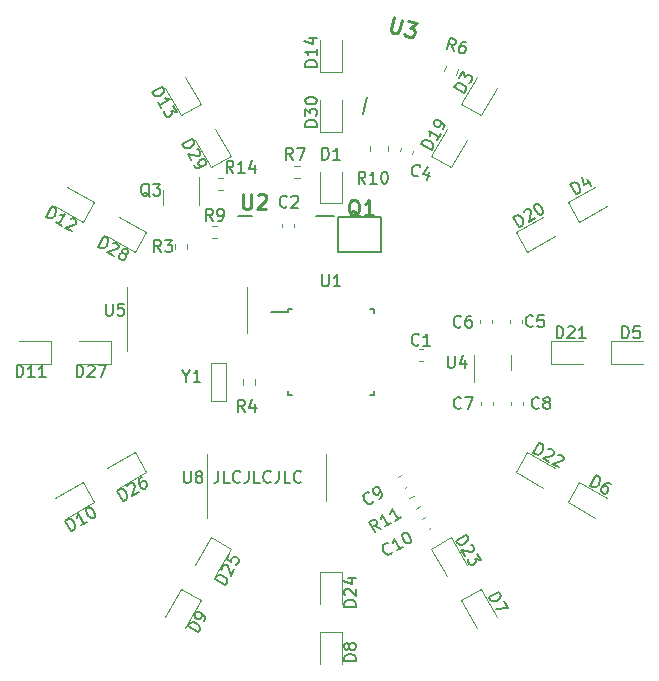
<source format=gbr>
%TF.GenerationSoftware,KiCad,Pcbnew,7.0.9*%
%TF.CreationDate,2025-01-08T15:48:33+01:00*%
%TF.ProjectId,DB-radar,44422d72-6164-4617-922e-6b696361645f,rev?*%
%TF.SameCoordinates,Original*%
%TF.FileFunction,Legend,Top*%
%TF.FilePolarity,Positive*%
%FSLAX46Y46*%
G04 Gerber Fmt 4.6, Leading zero omitted, Abs format (unit mm)*
G04 Created by KiCad (PCBNEW 7.0.9) date 2025-01-08 15:48:33*
%MOMM*%
%LPD*%
G01*
G04 APERTURE LIST*
%ADD10C,0.150000*%
%ADD11C,0.254000*%
%ADD12C,0.120000*%
%ADD13C,0.200000*%
G04 APERTURE END LIST*
D10*
X92062493Y-137045819D02*
X92062493Y-137760104D01*
X92062493Y-137760104D02*
X92014874Y-137902961D01*
X92014874Y-137902961D02*
X91919636Y-137998200D01*
X91919636Y-137998200D02*
X91776779Y-138045819D01*
X91776779Y-138045819D02*
X91681541Y-138045819D01*
X93014874Y-138045819D02*
X92538684Y-138045819D01*
X92538684Y-138045819D02*
X92538684Y-137045819D01*
X93919636Y-137950580D02*
X93872017Y-137998200D01*
X93872017Y-137998200D02*
X93729160Y-138045819D01*
X93729160Y-138045819D02*
X93633922Y-138045819D01*
X93633922Y-138045819D02*
X93491065Y-137998200D01*
X93491065Y-137998200D02*
X93395827Y-137902961D01*
X93395827Y-137902961D02*
X93348208Y-137807723D01*
X93348208Y-137807723D02*
X93300589Y-137617247D01*
X93300589Y-137617247D02*
X93300589Y-137474390D01*
X93300589Y-137474390D02*
X93348208Y-137283914D01*
X93348208Y-137283914D02*
X93395827Y-137188676D01*
X93395827Y-137188676D02*
X93491065Y-137093438D01*
X93491065Y-137093438D02*
X93633922Y-137045819D01*
X93633922Y-137045819D02*
X93729160Y-137045819D01*
X93729160Y-137045819D02*
X93872017Y-137093438D01*
X93872017Y-137093438D02*
X93919636Y-137141057D01*
X94633922Y-137045819D02*
X94633922Y-137760104D01*
X94633922Y-137760104D02*
X94586303Y-137902961D01*
X94586303Y-137902961D02*
X94491065Y-137998200D01*
X94491065Y-137998200D02*
X94348208Y-138045819D01*
X94348208Y-138045819D02*
X94252970Y-138045819D01*
X95586303Y-138045819D02*
X95110113Y-138045819D01*
X95110113Y-138045819D02*
X95110113Y-137045819D01*
X96491065Y-137950580D02*
X96443446Y-137998200D01*
X96443446Y-137998200D02*
X96300589Y-138045819D01*
X96300589Y-138045819D02*
X96205351Y-138045819D01*
X96205351Y-138045819D02*
X96062494Y-137998200D01*
X96062494Y-137998200D02*
X95967256Y-137902961D01*
X95967256Y-137902961D02*
X95919637Y-137807723D01*
X95919637Y-137807723D02*
X95872018Y-137617247D01*
X95872018Y-137617247D02*
X95872018Y-137474390D01*
X95872018Y-137474390D02*
X95919637Y-137283914D01*
X95919637Y-137283914D02*
X95967256Y-137188676D01*
X95967256Y-137188676D02*
X96062494Y-137093438D01*
X96062494Y-137093438D02*
X96205351Y-137045819D01*
X96205351Y-137045819D02*
X96300589Y-137045819D01*
X96300589Y-137045819D02*
X96443446Y-137093438D01*
X96443446Y-137093438D02*
X96491065Y-137141057D01*
X97205351Y-137045819D02*
X97205351Y-137760104D01*
X97205351Y-137760104D02*
X97157732Y-137902961D01*
X97157732Y-137902961D02*
X97062494Y-137998200D01*
X97062494Y-137998200D02*
X96919637Y-138045819D01*
X96919637Y-138045819D02*
X96824399Y-138045819D01*
X98157732Y-138045819D02*
X97681542Y-138045819D01*
X97681542Y-138045819D02*
X97681542Y-137045819D01*
X99062494Y-137950580D02*
X99014875Y-137998200D01*
X99014875Y-137998200D02*
X98872018Y-138045819D01*
X98872018Y-138045819D02*
X98776780Y-138045819D01*
X98776780Y-138045819D02*
X98633923Y-137998200D01*
X98633923Y-137998200D02*
X98538685Y-137902961D01*
X98538685Y-137902961D02*
X98491066Y-137807723D01*
X98491066Y-137807723D02*
X98443447Y-137617247D01*
X98443447Y-137617247D02*
X98443447Y-137474390D01*
X98443447Y-137474390D02*
X98491066Y-137283914D01*
X98491066Y-137283914D02*
X98538685Y-137188676D01*
X98538685Y-137188676D02*
X98633923Y-137093438D01*
X98633923Y-137093438D02*
X98776780Y-137045819D01*
X98776780Y-137045819D02*
X98872018Y-137045819D01*
X98872018Y-137045819D02*
X99014875Y-137093438D01*
X99014875Y-137093438D02*
X99062494Y-137141057D01*
X81898352Y-118055683D02*
X82398352Y-117189658D01*
X82398352Y-117189658D02*
X82604548Y-117308706D01*
X82604548Y-117308706D02*
X82704457Y-117421374D01*
X82704457Y-117421374D02*
X82739316Y-117551471D01*
X82739316Y-117551471D02*
X82732936Y-117657759D01*
X82732936Y-117657759D02*
X82678938Y-117846526D01*
X82678938Y-117846526D02*
X82607509Y-117970244D01*
X82607509Y-117970244D02*
X82471032Y-118111392D01*
X82471032Y-118111392D02*
X82382173Y-118170061D01*
X82382173Y-118170061D02*
X82252076Y-118204920D01*
X82252076Y-118204920D02*
X82104548Y-118174731D01*
X82104548Y-118174731D02*
X81898352Y-118055683D01*
X83175519Y-117748327D02*
X83240568Y-117730897D01*
X83240568Y-117730897D02*
X83346856Y-117737277D01*
X83346856Y-117737277D02*
X83553052Y-117856325D01*
X83553052Y-117856325D02*
X83611721Y-117945183D01*
X83611721Y-117945183D02*
X83629151Y-118010232D01*
X83629151Y-118010232D02*
X83622771Y-118116520D01*
X83622771Y-118116520D02*
X83575152Y-118198999D01*
X83575152Y-118198999D02*
X83462484Y-118298907D01*
X83462484Y-118298907D02*
X82681898Y-118508064D01*
X82681898Y-118508064D02*
X83218009Y-118817588D01*
X83998595Y-118608431D02*
X83939926Y-118519573D01*
X83939926Y-118519573D02*
X83922497Y-118454524D01*
X83922497Y-118454524D02*
X83928876Y-118348236D01*
X83928876Y-118348236D02*
X83952686Y-118306996D01*
X83952686Y-118306996D02*
X84041544Y-118248327D01*
X84041544Y-118248327D02*
X84106593Y-118230897D01*
X84106593Y-118230897D02*
X84212881Y-118237277D01*
X84212881Y-118237277D02*
X84377838Y-118332515D01*
X84377838Y-118332515D02*
X84436507Y-118421374D01*
X84436507Y-118421374D02*
X84453937Y-118486422D01*
X84453937Y-118486422D02*
X84447557Y-118592711D01*
X84447557Y-118592711D02*
X84423748Y-118633950D01*
X84423748Y-118633950D02*
X84334890Y-118692619D01*
X84334890Y-118692619D02*
X84269841Y-118710049D01*
X84269841Y-118710049D02*
X84163553Y-118703669D01*
X84163553Y-118703669D02*
X83998595Y-118608431D01*
X83998595Y-118608431D02*
X83892307Y-118602051D01*
X83892307Y-118602051D02*
X83827258Y-118619481D01*
X83827258Y-118619481D02*
X83738400Y-118678150D01*
X83738400Y-118678150D02*
X83643162Y-118843107D01*
X83643162Y-118843107D02*
X83636782Y-118949395D01*
X83636782Y-118949395D02*
X83654212Y-119014444D01*
X83654212Y-119014444D02*
X83712881Y-119103303D01*
X83712881Y-119103303D02*
X83877838Y-119198541D01*
X83877838Y-119198541D02*
X83984126Y-119204920D01*
X83984126Y-119204920D02*
X84049175Y-119187491D01*
X84049175Y-119187491D02*
X84138034Y-119128822D01*
X84138034Y-119128822D02*
X84233272Y-118963864D01*
X84233272Y-118963864D02*
X84239651Y-118857576D01*
X84239651Y-118857576D02*
X84222222Y-118792527D01*
X84222222Y-118792527D02*
X84163553Y-118703669D01*
X105191453Y-139586739D02*
X105174023Y-139651788D01*
X105174023Y-139651788D02*
X105074115Y-139764456D01*
X105074115Y-139764456D02*
X104991636Y-139812075D01*
X104991636Y-139812075D02*
X104844109Y-139842264D01*
X104844109Y-139842264D02*
X104714011Y-139807404D01*
X104714011Y-139807404D02*
X104625153Y-139748735D01*
X104625153Y-139748735D02*
X104488675Y-139607588D01*
X104488675Y-139607588D02*
X104417247Y-139483870D01*
X104417247Y-139483870D02*
X104363248Y-139295103D01*
X104363248Y-139295103D02*
X104356868Y-139188815D01*
X104356868Y-139188815D02*
X104391728Y-139058717D01*
X104391728Y-139058717D02*
X104491636Y-138946049D01*
X104491636Y-138946049D02*
X104574115Y-138898430D01*
X104574115Y-138898430D02*
X104721642Y-138868241D01*
X104721642Y-138868241D02*
X104786691Y-138885671D01*
X105651465Y-139431122D02*
X105816422Y-139335884D01*
X105816422Y-139335884D02*
X105875091Y-139247026D01*
X105875091Y-139247026D02*
X105892521Y-139181977D01*
X105892521Y-139181977D02*
X105903571Y-139010640D01*
X105903571Y-139010640D02*
X105849572Y-138821873D01*
X105849572Y-138821873D02*
X105659096Y-138491959D01*
X105659096Y-138491959D02*
X105570238Y-138433290D01*
X105570238Y-138433290D02*
X105505189Y-138415860D01*
X105505189Y-138415860D02*
X105398901Y-138422240D01*
X105398901Y-138422240D02*
X105233944Y-138517478D01*
X105233944Y-138517478D02*
X105175274Y-138606336D01*
X105175274Y-138606336D02*
X105157845Y-138671385D01*
X105157845Y-138671385D02*
X105164224Y-138777673D01*
X105164224Y-138777673D02*
X105283272Y-138983870D01*
X105283272Y-138983870D02*
X105372130Y-139042539D01*
X105372130Y-139042539D02*
X105437179Y-139059968D01*
X105437179Y-139059968D02*
X105543467Y-139053589D01*
X105543467Y-139053589D02*
X105708425Y-138958351D01*
X105708425Y-138958351D02*
X105767094Y-138869492D01*
X105767094Y-138869492D02*
X105784523Y-138804443D01*
X105784523Y-138804443D02*
X105778144Y-138698155D01*
D11*
X106941407Y-98645584D02*
X106675316Y-99638648D01*
X106675316Y-99638648D02*
X106702427Y-99771131D01*
X106702427Y-99771131D02*
X106745190Y-99845199D01*
X106745190Y-99845199D02*
X106846369Y-99934920D01*
X106846369Y-99934920D02*
X107080031Y-99997529D01*
X107080031Y-99997529D02*
X107212514Y-99970418D01*
X107212514Y-99970418D02*
X107286582Y-99927655D01*
X107286582Y-99927655D02*
X107376303Y-99826477D01*
X107376303Y-99826477D02*
X107642393Y-98833413D01*
X108109717Y-98958632D02*
X108869119Y-99162113D01*
X108869119Y-99162113D02*
X108334991Y-99519870D01*
X108334991Y-99519870D02*
X108510238Y-99566828D01*
X108510238Y-99566828D02*
X108611416Y-99656548D01*
X108611416Y-99656548D02*
X108654179Y-99730616D01*
X108654179Y-99730616D02*
X108681290Y-99863099D01*
X108681290Y-99863099D02*
X108603028Y-100155177D01*
X108603028Y-100155177D02*
X108513308Y-100256355D01*
X108513308Y-100256355D02*
X108439240Y-100299119D01*
X108439240Y-100299119D02*
X108306757Y-100326229D01*
X108306757Y-100326229D02*
X107956263Y-100232315D01*
X107956263Y-100232315D02*
X107855085Y-100142595D01*
X107855085Y-100142595D02*
X107812322Y-100068527D01*
D10*
X94321333Y-132026819D02*
X93988000Y-131550628D01*
X93749905Y-132026819D02*
X93749905Y-131026819D01*
X93749905Y-131026819D02*
X94130857Y-131026819D01*
X94130857Y-131026819D02*
X94226095Y-131074438D01*
X94226095Y-131074438D02*
X94273714Y-131122057D01*
X94273714Y-131122057D02*
X94321333Y-131217295D01*
X94321333Y-131217295D02*
X94321333Y-131360152D01*
X94321333Y-131360152D02*
X94273714Y-131455390D01*
X94273714Y-131455390D02*
X94226095Y-131503009D01*
X94226095Y-131503009D02*
X94130857Y-131550628D01*
X94130857Y-131550628D02*
X93749905Y-131550628D01*
X95178476Y-131360152D02*
X95178476Y-132026819D01*
X94940381Y-130979200D02*
X94702286Y-131693485D01*
X94702286Y-131693485D02*
X95321333Y-131693485D01*
X74985714Y-129104819D02*
X74985714Y-128104819D01*
X74985714Y-128104819D02*
X75223809Y-128104819D01*
X75223809Y-128104819D02*
X75366666Y-128152438D01*
X75366666Y-128152438D02*
X75461904Y-128247676D01*
X75461904Y-128247676D02*
X75509523Y-128342914D01*
X75509523Y-128342914D02*
X75557142Y-128533390D01*
X75557142Y-128533390D02*
X75557142Y-128676247D01*
X75557142Y-128676247D02*
X75509523Y-128866723D01*
X75509523Y-128866723D02*
X75461904Y-128961961D01*
X75461904Y-128961961D02*
X75366666Y-129057200D01*
X75366666Y-129057200D02*
X75223809Y-129104819D01*
X75223809Y-129104819D02*
X74985714Y-129104819D01*
X76509523Y-129104819D02*
X75938095Y-129104819D01*
X76223809Y-129104819D02*
X76223809Y-128104819D01*
X76223809Y-128104819D02*
X76128571Y-128247676D01*
X76128571Y-128247676D02*
X76033333Y-128342914D01*
X76033333Y-128342914D02*
X75938095Y-128390533D01*
X77461904Y-129104819D02*
X76890476Y-129104819D01*
X77176190Y-129104819D02*
X77176190Y-128104819D01*
X77176190Y-128104819D02*
X77080952Y-128247676D01*
X77080952Y-128247676D02*
X76985714Y-128342914D01*
X76985714Y-128342914D02*
X76890476Y-128390533D01*
X77498943Y-115515683D02*
X77998943Y-114649658D01*
X77998943Y-114649658D02*
X78205139Y-114768706D01*
X78205139Y-114768706D02*
X78305048Y-114881374D01*
X78305048Y-114881374D02*
X78339907Y-115011471D01*
X78339907Y-115011471D02*
X78333527Y-115117759D01*
X78333527Y-115117759D02*
X78279529Y-115306526D01*
X78279529Y-115306526D02*
X78208100Y-115430244D01*
X78208100Y-115430244D02*
X78071623Y-115571392D01*
X78071623Y-115571392D02*
X77982764Y-115630061D01*
X77982764Y-115630061D02*
X77852667Y-115664920D01*
X77852667Y-115664920D02*
X77705139Y-115634731D01*
X77705139Y-115634731D02*
X77498943Y-115515683D01*
X78818600Y-116277588D02*
X78323729Y-115991874D01*
X78571165Y-116134731D02*
X79071165Y-115268706D01*
X79071165Y-115268706D02*
X78917257Y-115344805D01*
X78917257Y-115344805D02*
X78787160Y-115379664D01*
X78787160Y-115379664D02*
X78680872Y-115373284D01*
X79600896Y-115684518D02*
X79665945Y-115667088D01*
X79665945Y-115667088D02*
X79772233Y-115673468D01*
X79772233Y-115673468D02*
X79978429Y-115792515D01*
X79978429Y-115792515D02*
X80037098Y-115881374D01*
X80037098Y-115881374D02*
X80054528Y-115946422D01*
X80054528Y-115946422D02*
X80048148Y-116052711D01*
X80048148Y-116052711D02*
X80000529Y-116135189D01*
X80000529Y-116135189D02*
X79887862Y-116235098D01*
X79887862Y-116235098D02*
X79107276Y-116444255D01*
X79107276Y-116444255D02*
X79643387Y-116753779D01*
X112187914Y-142948443D02*
X113053939Y-142448443D01*
X113053939Y-142448443D02*
X113172987Y-142654639D01*
X113172987Y-142654639D02*
X113203176Y-142802167D01*
X113203176Y-142802167D02*
X113168316Y-142932264D01*
X113168316Y-142932264D02*
X113109647Y-143021123D01*
X113109647Y-143021123D02*
X112968500Y-143157600D01*
X112968500Y-143157600D02*
X112844782Y-143229029D01*
X112844782Y-143229029D02*
X112656015Y-143283027D01*
X112656015Y-143283027D02*
X112549727Y-143289407D01*
X112549727Y-143289407D02*
X112419629Y-143254548D01*
X112419629Y-143254548D02*
X112306961Y-143154639D01*
X112306961Y-143154639D02*
X112187914Y-142948443D01*
X113447651Y-143320848D02*
X113512700Y-143338278D01*
X113512700Y-143338278D02*
X113601558Y-143396947D01*
X113601558Y-143396947D02*
X113720606Y-143603143D01*
X113720606Y-143603143D02*
X113726986Y-143709431D01*
X113726986Y-143709431D02*
X113709556Y-143774480D01*
X113709556Y-143774480D02*
X113650887Y-143863339D01*
X113650887Y-143863339D02*
X113568408Y-143910958D01*
X113568408Y-143910958D02*
X113420881Y-143941147D01*
X113420881Y-143941147D02*
X112640295Y-143731990D01*
X112640295Y-143731990D02*
X112949819Y-144268100D01*
X113982511Y-144056776D02*
X114292034Y-144592887D01*
X114292034Y-144592887D02*
X113795453Y-144494688D01*
X113795453Y-144494688D02*
X113866882Y-144618406D01*
X113866882Y-144618406D02*
X113873262Y-144724694D01*
X113873262Y-144724694D02*
X113855832Y-144789743D01*
X113855832Y-144789743D02*
X113797163Y-144878601D01*
X113797163Y-144878601D02*
X113590966Y-144997649D01*
X113590966Y-144997649D02*
X113484678Y-145004028D01*
X113484678Y-145004028D02*
X113419629Y-144986598D01*
X113419629Y-144986598D02*
X113330771Y-144927929D01*
X113330771Y-144927929D02*
X113187914Y-144680494D01*
X113187914Y-144680494D02*
X113181534Y-144574205D01*
X113181534Y-144574205D02*
X113198964Y-144509157D01*
X84003171Y-139589969D02*
X83503171Y-138723944D01*
X83503171Y-138723944D02*
X83709367Y-138604896D01*
X83709367Y-138604896D02*
X83856895Y-138574707D01*
X83856895Y-138574707D02*
X83986992Y-138609567D01*
X83986992Y-138609567D02*
X84075851Y-138668236D01*
X84075851Y-138668236D02*
X84212328Y-138809383D01*
X84212328Y-138809383D02*
X84283757Y-138933101D01*
X84283757Y-138933101D02*
X84337755Y-139121868D01*
X84337755Y-139121868D02*
X84344135Y-139228156D01*
X84344135Y-139228156D02*
X84309276Y-139358254D01*
X84309276Y-139358254D02*
X84209367Y-139470922D01*
X84209367Y-139470922D02*
X84003171Y-139589969D01*
X84375576Y-138330232D02*
X84393006Y-138265183D01*
X84393006Y-138265183D02*
X84451675Y-138176325D01*
X84451675Y-138176325D02*
X84657871Y-138057277D01*
X84657871Y-138057277D02*
X84764159Y-138050897D01*
X84764159Y-138050897D02*
X84829208Y-138068327D01*
X84829208Y-138068327D02*
X84918067Y-138126996D01*
X84918067Y-138126996D02*
X84965686Y-138209475D01*
X84965686Y-138209475D02*
X84995875Y-138357002D01*
X84995875Y-138357002D02*
X84786718Y-139137588D01*
X84786718Y-139137588D02*
X85322828Y-138828064D01*
X85565136Y-137533468D02*
X85400179Y-137628706D01*
X85400179Y-137628706D02*
X85341510Y-137717564D01*
X85341510Y-137717564D02*
X85324080Y-137782613D01*
X85324080Y-137782613D02*
X85313030Y-137953950D01*
X85313030Y-137953950D02*
X85367029Y-138142717D01*
X85367029Y-138142717D02*
X85557505Y-138472631D01*
X85557505Y-138472631D02*
X85646363Y-138531300D01*
X85646363Y-138531300D02*
X85711412Y-138548730D01*
X85711412Y-138548730D02*
X85817700Y-138542350D01*
X85817700Y-138542350D02*
X85982657Y-138447112D01*
X85982657Y-138447112D02*
X86041326Y-138358254D01*
X86041326Y-138358254D02*
X86058756Y-138293205D01*
X86058756Y-138293205D02*
X86052377Y-138186917D01*
X86052377Y-138186917D02*
X85933329Y-137980720D01*
X85933329Y-137980720D02*
X85844471Y-137922051D01*
X85844471Y-137922051D02*
X85779422Y-137904621D01*
X85779422Y-137904621D02*
X85673134Y-137911001D01*
X85673134Y-137911001D02*
X85508176Y-138006239D01*
X85508176Y-138006239D02*
X85449507Y-138095098D01*
X85449507Y-138095098D02*
X85432077Y-138160146D01*
X85432077Y-138160146D02*
X85438457Y-138266435D01*
X110117799Y-109856375D02*
X109251774Y-109356375D01*
X109251774Y-109356375D02*
X109370822Y-109150179D01*
X109370822Y-109150179D02*
X109483490Y-109050270D01*
X109483490Y-109050270D02*
X109613587Y-109015411D01*
X109613587Y-109015411D02*
X109719875Y-109021791D01*
X109719875Y-109021791D02*
X109908642Y-109075789D01*
X109908642Y-109075789D02*
X110032360Y-109147218D01*
X110032360Y-109147218D02*
X110173508Y-109283695D01*
X110173508Y-109283695D02*
X110232177Y-109372554D01*
X110232177Y-109372554D02*
X110267036Y-109502651D01*
X110267036Y-109502651D02*
X110236847Y-109650179D01*
X110236847Y-109650179D02*
X110117799Y-109856375D01*
X110879704Y-108536718D02*
X110593990Y-109031589D01*
X110736847Y-108784153D02*
X109870822Y-108284153D01*
X109870822Y-108284153D02*
X109946921Y-108438061D01*
X109946921Y-108438061D02*
X109981780Y-108568158D01*
X109981780Y-108568158D02*
X109975400Y-108674446D01*
X111117799Y-108124324D02*
X111213038Y-107959367D01*
X111213038Y-107959367D02*
X111219417Y-107853079D01*
X111219417Y-107853079D02*
X111201988Y-107788030D01*
X111201988Y-107788030D02*
X111125889Y-107634123D01*
X111125889Y-107634123D02*
X110984741Y-107497646D01*
X110984741Y-107497646D02*
X110654827Y-107307170D01*
X110654827Y-107307170D02*
X110548538Y-107300790D01*
X110548538Y-107300790D02*
X110483490Y-107318220D01*
X110483490Y-107318220D02*
X110394631Y-107376889D01*
X110394631Y-107376889D02*
X110299393Y-107541846D01*
X110299393Y-107541846D02*
X110293013Y-107648134D01*
X110293013Y-107648134D02*
X110310443Y-107713183D01*
X110310443Y-107713183D02*
X110369112Y-107802041D01*
X110369112Y-107802041D02*
X110575309Y-107921089D01*
X110575309Y-107921089D02*
X110681597Y-107927469D01*
X110681597Y-107927469D02*
X110746646Y-107910039D01*
X110746646Y-107910039D02*
X110835504Y-107851370D01*
X110835504Y-107851370D02*
X110930742Y-107686412D01*
X110930742Y-107686412D02*
X110937122Y-107580124D01*
X110937122Y-107580124D02*
X110919692Y-107515076D01*
X110919692Y-107515076D02*
X110861023Y-107426217D01*
X108965946Y-112064192D02*
X108907625Y-112097863D01*
X108907625Y-112097863D02*
X108757311Y-112106886D01*
X108757311Y-112106886D02*
X108665318Y-112082236D01*
X108665318Y-112082236D02*
X108539653Y-111999266D01*
X108539653Y-111999266D02*
X108472309Y-111882623D01*
X108472309Y-111882623D02*
X108450962Y-111778306D01*
X108450962Y-111778306D02*
X108454265Y-111581995D01*
X108454265Y-111581995D02*
X108491239Y-111444006D01*
X108491239Y-111444006D02*
X108586534Y-111272344D01*
X108586534Y-111272344D02*
X108657180Y-111192676D01*
X108657180Y-111192676D02*
X108773823Y-111125333D01*
X108773823Y-111125333D02*
X108924137Y-111116310D01*
X108924137Y-111116310D02*
X109016130Y-111140960D01*
X109016130Y-111140960D02*
X109141794Y-111223931D01*
X109141794Y-111223931D02*
X109175466Y-111282252D01*
X109941779Y-111734079D02*
X109769233Y-112378029D01*
X109810394Y-111304484D02*
X109395541Y-111932807D01*
X109395541Y-111932807D02*
X109993495Y-112093028D01*
X103704819Y-153138094D02*
X102704819Y-153138094D01*
X102704819Y-153138094D02*
X102704819Y-152899999D01*
X102704819Y-152899999D02*
X102752438Y-152757142D01*
X102752438Y-152757142D02*
X102847676Y-152661904D01*
X102847676Y-152661904D02*
X102942914Y-152614285D01*
X102942914Y-152614285D02*
X103133390Y-152566666D01*
X103133390Y-152566666D02*
X103276247Y-152566666D01*
X103276247Y-152566666D02*
X103466723Y-152614285D01*
X103466723Y-152614285D02*
X103561961Y-152661904D01*
X103561961Y-152661904D02*
X103657200Y-152757142D01*
X103657200Y-152757142D02*
X103704819Y-152899999D01*
X103704819Y-152899999D02*
X103704819Y-153138094D01*
X103133390Y-151995237D02*
X103085771Y-152090475D01*
X103085771Y-152090475D02*
X103038152Y-152138094D01*
X103038152Y-152138094D02*
X102942914Y-152185713D01*
X102942914Y-152185713D02*
X102895295Y-152185713D01*
X102895295Y-152185713D02*
X102800057Y-152138094D01*
X102800057Y-152138094D02*
X102752438Y-152090475D01*
X102752438Y-152090475D02*
X102704819Y-151995237D01*
X102704819Y-151995237D02*
X102704819Y-151804761D01*
X102704819Y-151804761D02*
X102752438Y-151709523D01*
X102752438Y-151709523D02*
X102800057Y-151661904D01*
X102800057Y-151661904D02*
X102895295Y-151614285D01*
X102895295Y-151614285D02*
X102942914Y-151614285D01*
X102942914Y-151614285D02*
X103038152Y-151661904D01*
X103038152Y-151661904D02*
X103085771Y-151709523D01*
X103085771Y-151709523D02*
X103133390Y-151804761D01*
X103133390Y-151804761D02*
X103133390Y-151995237D01*
X103133390Y-151995237D02*
X103181009Y-152090475D01*
X103181009Y-152090475D02*
X103228628Y-152138094D01*
X103228628Y-152138094D02*
X103323866Y-152185713D01*
X103323866Y-152185713D02*
X103514342Y-152185713D01*
X103514342Y-152185713D02*
X103609580Y-152138094D01*
X103609580Y-152138094D02*
X103657200Y-152090475D01*
X103657200Y-152090475D02*
X103704819Y-151995237D01*
X103704819Y-151995237D02*
X103704819Y-151804761D01*
X103704819Y-151804761D02*
X103657200Y-151709523D01*
X103657200Y-151709523D02*
X103609580Y-151661904D01*
X103609580Y-151661904D02*
X103514342Y-151614285D01*
X103514342Y-151614285D02*
X103323866Y-151614285D01*
X103323866Y-151614285D02*
X103228628Y-151661904D01*
X103228628Y-151661904D02*
X103181009Y-151709523D01*
X103181009Y-151709523D02*
X103133390Y-151804761D01*
X100404819Y-102814285D02*
X99404819Y-102814285D01*
X99404819Y-102814285D02*
X99404819Y-102576190D01*
X99404819Y-102576190D02*
X99452438Y-102433333D01*
X99452438Y-102433333D02*
X99547676Y-102338095D01*
X99547676Y-102338095D02*
X99642914Y-102290476D01*
X99642914Y-102290476D02*
X99833390Y-102242857D01*
X99833390Y-102242857D02*
X99976247Y-102242857D01*
X99976247Y-102242857D02*
X100166723Y-102290476D01*
X100166723Y-102290476D02*
X100261961Y-102338095D01*
X100261961Y-102338095D02*
X100357200Y-102433333D01*
X100357200Y-102433333D02*
X100404819Y-102576190D01*
X100404819Y-102576190D02*
X100404819Y-102814285D01*
X100404819Y-101290476D02*
X100404819Y-101861904D01*
X100404819Y-101576190D02*
X99404819Y-101576190D01*
X99404819Y-101576190D02*
X99547676Y-101671428D01*
X99547676Y-101671428D02*
X99642914Y-101766666D01*
X99642914Y-101766666D02*
X99690533Y-101861904D01*
X99738152Y-100433333D02*
X100404819Y-100433333D01*
X99357200Y-100671428D02*
X100071485Y-100909523D01*
X100071485Y-100909523D02*
X100071485Y-100290476D01*
X92655683Y-146701647D02*
X91789658Y-146201647D01*
X91789658Y-146201647D02*
X91908706Y-145995451D01*
X91908706Y-145995451D02*
X92021374Y-145895542D01*
X92021374Y-145895542D02*
X92151471Y-145860683D01*
X92151471Y-145860683D02*
X92257759Y-145867063D01*
X92257759Y-145867063D02*
X92446526Y-145921061D01*
X92446526Y-145921061D02*
X92570244Y-145992490D01*
X92570244Y-145992490D02*
X92711392Y-146128967D01*
X92711392Y-146128967D02*
X92770061Y-146217826D01*
X92770061Y-146217826D02*
X92804920Y-146347923D01*
X92804920Y-146347923D02*
X92774731Y-146495451D01*
X92774731Y-146495451D02*
X92655683Y-146701647D01*
X92348327Y-145424480D02*
X92330897Y-145359431D01*
X92330897Y-145359431D02*
X92337277Y-145253143D01*
X92337277Y-145253143D02*
X92456325Y-145046947D01*
X92456325Y-145046947D02*
X92545183Y-144988278D01*
X92545183Y-144988278D02*
X92610232Y-144970848D01*
X92610232Y-144970848D02*
X92716520Y-144977228D01*
X92716520Y-144977228D02*
X92798999Y-145024847D01*
X92798999Y-145024847D02*
X92898907Y-145137515D01*
X92898907Y-145137515D02*
X93108064Y-145918101D01*
X93108064Y-145918101D02*
X93417588Y-145381990D01*
X93003944Y-144098443D02*
X92765849Y-144510836D01*
X92765849Y-144510836D02*
X93154432Y-144790170D01*
X93154432Y-144790170D02*
X93137002Y-144725122D01*
X93137002Y-144725122D02*
X93143382Y-144618833D01*
X93143382Y-144618833D02*
X93262430Y-144412637D01*
X93262430Y-144412637D02*
X93351288Y-144353968D01*
X93351288Y-144353968D02*
X93416337Y-144336538D01*
X93416337Y-144336538D02*
X93522625Y-144342918D01*
X93522625Y-144342918D02*
X93728822Y-144461965D01*
X93728822Y-144461965D02*
X93787491Y-144550824D01*
X93787491Y-144550824D02*
X93804920Y-144615873D01*
X93804920Y-144615873D02*
X93798541Y-144722161D01*
X93798541Y-144722161D02*
X93679493Y-144928357D01*
X93679493Y-144928357D02*
X93590635Y-144987026D01*
X93590635Y-144987026D02*
X93525586Y-145004456D01*
X89348809Y-129010628D02*
X89348809Y-129486819D01*
X89015476Y-128486819D02*
X89348809Y-129010628D01*
X89348809Y-129010628D02*
X89682142Y-128486819D01*
X90539285Y-129486819D02*
X89967857Y-129486819D01*
X90253571Y-129486819D02*
X90253571Y-128486819D01*
X90253571Y-128486819D02*
X90158333Y-128629676D01*
X90158333Y-128629676D02*
X90063095Y-128724914D01*
X90063095Y-128724914D02*
X89967857Y-128772533D01*
X79603762Y-142129969D02*
X79103762Y-141263944D01*
X79103762Y-141263944D02*
X79309958Y-141144896D01*
X79309958Y-141144896D02*
X79457486Y-141114707D01*
X79457486Y-141114707D02*
X79587583Y-141149567D01*
X79587583Y-141149567D02*
X79676442Y-141208236D01*
X79676442Y-141208236D02*
X79812919Y-141349383D01*
X79812919Y-141349383D02*
X79884348Y-141473101D01*
X79884348Y-141473101D02*
X79938346Y-141661868D01*
X79938346Y-141661868D02*
X79944726Y-141768156D01*
X79944726Y-141768156D02*
X79909867Y-141898254D01*
X79909867Y-141898254D02*
X79809958Y-142010922D01*
X79809958Y-142010922D02*
X79603762Y-142129969D01*
X80923419Y-141368064D02*
X80428548Y-141653779D01*
X80675984Y-141510922D02*
X80175984Y-140644896D01*
X80175984Y-140644896D02*
X80164934Y-140816233D01*
X80164934Y-140816233D02*
X80130074Y-140946331D01*
X80130074Y-140946331D02*
X80071405Y-141035189D01*
X80959530Y-140192515D02*
X81042009Y-140144896D01*
X81042009Y-140144896D02*
X81148297Y-140138516D01*
X81148297Y-140138516D02*
X81213346Y-140155946D01*
X81213346Y-140155946D02*
X81302204Y-140214615D01*
X81302204Y-140214615D02*
X81438682Y-140355763D01*
X81438682Y-140355763D02*
X81557729Y-140561960D01*
X81557729Y-140561960D02*
X81611728Y-140750726D01*
X81611728Y-140750726D02*
X81618108Y-140857014D01*
X81618108Y-140857014D02*
X81600678Y-140922063D01*
X81600678Y-140922063D02*
X81542009Y-141010922D01*
X81542009Y-141010922D02*
X81459530Y-141058541D01*
X81459530Y-141058541D02*
X81353242Y-141064920D01*
X81353242Y-141064920D02*
X81288194Y-141047491D01*
X81288194Y-141047491D02*
X81199335Y-140988822D01*
X81199335Y-140988822D02*
X81062858Y-140847674D01*
X81062858Y-140847674D02*
X80943810Y-140641477D01*
X80943810Y-140641477D02*
X80889811Y-140452711D01*
X80889811Y-140452711D02*
X80883432Y-140346422D01*
X80883432Y-140346422D02*
X80900861Y-140281374D01*
X80900861Y-140281374D02*
X80959530Y-140192515D01*
X105842678Y-141939313D02*
X105315908Y-141693587D01*
X105347807Y-142225027D02*
X104847807Y-141359002D01*
X104847807Y-141359002D02*
X105177721Y-141168526D01*
X105177721Y-141168526D02*
X105284009Y-141162146D01*
X105284009Y-141162146D02*
X105349058Y-141179576D01*
X105349058Y-141179576D02*
X105437916Y-141238245D01*
X105437916Y-141238245D02*
X105509345Y-141361963D01*
X105509345Y-141361963D02*
X105515725Y-141468251D01*
X105515725Y-141468251D02*
X105498295Y-141533300D01*
X105498295Y-141533300D02*
X105439626Y-141622158D01*
X105439626Y-141622158D02*
X105109711Y-141812634D01*
X106667464Y-141463122D02*
X106172593Y-141748837D01*
X106420029Y-141605980D02*
X105920029Y-140739954D01*
X105920029Y-140739954D02*
X105908979Y-140911291D01*
X105908979Y-140911291D02*
X105874119Y-141041389D01*
X105874119Y-141041389D02*
X105815450Y-141130247D01*
X107492251Y-140986932D02*
X106997379Y-141272646D01*
X107244815Y-141129789D02*
X106744815Y-140263764D01*
X106744815Y-140263764D02*
X106733765Y-140435101D01*
X106733765Y-140435101D02*
X106698905Y-140565198D01*
X106698905Y-140565198D02*
X106640236Y-140654057D01*
X100838095Y-120404819D02*
X100838095Y-121214342D01*
X100838095Y-121214342D02*
X100885714Y-121309580D01*
X100885714Y-121309580D02*
X100933333Y-121357200D01*
X100933333Y-121357200D02*
X101028571Y-121404819D01*
X101028571Y-121404819D02*
X101219047Y-121404819D01*
X101219047Y-121404819D02*
X101314285Y-121357200D01*
X101314285Y-121357200D02*
X101361904Y-121309580D01*
X101361904Y-121309580D02*
X101409523Y-121214342D01*
X101409523Y-121214342D02*
X101409523Y-120404819D01*
X102409523Y-121404819D02*
X101838095Y-121404819D01*
X102123809Y-121404819D02*
X102123809Y-120404819D01*
X102123809Y-120404819D02*
X102028571Y-120547676D01*
X102028571Y-120547676D02*
X101933333Y-120642914D01*
X101933333Y-120642914D02*
X101838095Y-120690533D01*
X112609333Y-131690580D02*
X112561714Y-131738200D01*
X112561714Y-131738200D02*
X112418857Y-131785819D01*
X112418857Y-131785819D02*
X112323619Y-131785819D01*
X112323619Y-131785819D02*
X112180762Y-131738200D01*
X112180762Y-131738200D02*
X112085524Y-131642961D01*
X112085524Y-131642961D02*
X112037905Y-131547723D01*
X112037905Y-131547723D02*
X111990286Y-131357247D01*
X111990286Y-131357247D02*
X111990286Y-131214390D01*
X111990286Y-131214390D02*
X112037905Y-131023914D01*
X112037905Y-131023914D02*
X112085524Y-130928676D01*
X112085524Y-130928676D02*
X112180762Y-130833438D01*
X112180762Y-130833438D02*
X112323619Y-130785819D01*
X112323619Y-130785819D02*
X112418857Y-130785819D01*
X112418857Y-130785819D02*
X112561714Y-130833438D01*
X112561714Y-130833438D02*
X112609333Y-130881057D01*
X112942667Y-130785819D02*
X113609333Y-130785819D01*
X113609333Y-130785819D02*
X113180762Y-131785819D01*
X122360245Y-113633990D02*
X121860245Y-112767964D01*
X121860245Y-112767964D02*
X122066442Y-112648917D01*
X122066442Y-112648917D02*
X122213969Y-112618727D01*
X122213969Y-112618727D02*
X122344067Y-112653587D01*
X122344067Y-112653587D02*
X122432925Y-112712256D01*
X122432925Y-112712256D02*
X122569403Y-112853404D01*
X122569403Y-112853404D02*
X122640831Y-112977122D01*
X122640831Y-112977122D02*
X122694830Y-113165888D01*
X122694830Y-113165888D02*
X122701210Y-113272177D01*
X122701210Y-113272177D02*
X122666350Y-113402274D01*
X122666350Y-113402274D02*
X122566442Y-113514942D01*
X122566442Y-113514942D02*
X122360245Y-113633990D01*
X123264091Y-112342354D02*
X123597424Y-112919704D01*
X122867418Y-112131487D02*
X123018365Y-112869124D01*
X123018365Y-112869124D02*
X123554476Y-112559600D01*
X86470030Y-105003762D02*
X87336055Y-104503762D01*
X87336055Y-104503762D02*
X87455103Y-104709958D01*
X87455103Y-104709958D02*
X87485292Y-104857486D01*
X87485292Y-104857486D02*
X87450432Y-104987583D01*
X87450432Y-104987583D02*
X87391763Y-105076442D01*
X87391763Y-105076442D02*
X87250616Y-105212919D01*
X87250616Y-105212919D02*
X87126898Y-105284348D01*
X87126898Y-105284348D02*
X86938131Y-105338346D01*
X86938131Y-105338346D02*
X86831843Y-105344726D01*
X86831843Y-105344726D02*
X86701745Y-105309867D01*
X86701745Y-105309867D02*
X86589077Y-105209958D01*
X86589077Y-105209958D02*
X86470030Y-105003762D01*
X87231935Y-106323419D02*
X86946220Y-105828548D01*
X87089077Y-106075984D02*
X87955103Y-105575984D01*
X87955103Y-105575984D02*
X87783766Y-105564934D01*
X87783766Y-105564934D02*
X87653668Y-105530074D01*
X87653668Y-105530074D02*
X87564810Y-105471405D01*
X88264627Y-106112095D02*
X88574150Y-106648206D01*
X88574150Y-106648206D02*
X88077569Y-106550007D01*
X88077569Y-106550007D02*
X88148998Y-106673725D01*
X88148998Y-106673725D02*
X88155378Y-106780013D01*
X88155378Y-106780013D02*
X88137948Y-106845062D01*
X88137948Y-106845062D02*
X88079279Y-106933920D01*
X88079279Y-106933920D02*
X87873082Y-107052968D01*
X87873082Y-107052968D02*
X87766794Y-107059347D01*
X87766794Y-107059347D02*
X87701745Y-107041917D01*
X87701745Y-107041917D02*
X87612887Y-106983248D01*
X87612887Y-106983248D02*
X87470030Y-106735813D01*
X87470030Y-106735813D02*
X87463650Y-106629524D01*
X87463650Y-106629524D02*
X87481080Y-106564476D01*
X111506095Y-127308319D02*
X111506095Y-128117842D01*
X111506095Y-128117842D02*
X111553714Y-128213080D01*
X111553714Y-128213080D02*
X111601333Y-128260700D01*
X111601333Y-128260700D02*
X111696571Y-128308319D01*
X111696571Y-128308319D02*
X111887047Y-128308319D01*
X111887047Y-128308319D02*
X111982285Y-128260700D01*
X111982285Y-128260700D02*
X112029904Y-128213080D01*
X112029904Y-128213080D02*
X112077523Y-128117842D01*
X112077523Y-128117842D02*
X112077523Y-127308319D01*
X112982285Y-127641652D02*
X112982285Y-128308319D01*
X112744190Y-127260700D02*
X112506095Y-127974985D01*
X112506095Y-127974985D02*
X113125142Y-127974985D01*
X89154095Y-137057819D02*
X89154095Y-137867342D01*
X89154095Y-137867342D02*
X89201714Y-137962580D01*
X89201714Y-137962580D02*
X89249333Y-138010200D01*
X89249333Y-138010200D02*
X89344571Y-138057819D01*
X89344571Y-138057819D02*
X89535047Y-138057819D01*
X89535047Y-138057819D02*
X89630285Y-138010200D01*
X89630285Y-138010200D02*
X89677904Y-137962580D01*
X89677904Y-137962580D02*
X89725523Y-137867342D01*
X89725523Y-137867342D02*
X89725523Y-137057819D01*
X90344571Y-137486390D02*
X90249333Y-137438771D01*
X90249333Y-137438771D02*
X90201714Y-137391152D01*
X90201714Y-137391152D02*
X90154095Y-137295914D01*
X90154095Y-137295914D02*
X90154095Y-137248295D01*
X90154095Y-137248295D02*
X90201714Y-137153057D01*
X90201714Y-137153057D02*
X90249333Y-137105438D01*
X90249333Y-137105438D02*
X90344571Y-137057819D01*
X90344571Y-137057819D02*
X90535047Y-137057819D01*
X90535047Y-137057819D02*
X90630285Y-137105438D01*
X90630285Y-137105438D02*
X90677904Y-137153057D01*
X90677904Y-137153057D02*
X90725523Y-137248295D01*
X90725523Y-137248295D02*
X90725523Y-137295914D01*
X90725523Y-137295914D02*
X90677904Y-137391152D01*
X90677904Y-137391152D02*
X90630285Y-137438771D01*
X90630285Y-137438771D02*
X90535047Y-137486390D01*
X90535047Y-137486390D02*
X90344571Y-137486390D01*
X90344571Y-137486390D02*
X90249333Y-137534009D01*
X90249333Y-137534009D02*
X90201714Y-137581628D01*
X90201714Y-137581628D02*
X90154095Y-137676866D01*
X90154095Y-137676866D02*
X90154095Y-137867342D01*
X90154095Y-137867342D02*
X90201714Y-137962580D01*
X90201714Y-137962580D02*
X90249333Y-138010200D01*
X90249333Y-138010200D02*
X90344571Y-138057819D01*
X90344571Y-138057819D02*
X90535047Y-138057819D01*
X90535047Y-138057819D02*
X90630285Y-138010200D01*
X90630285Y-138010200D02*
X90677904Y-137962580D01*
X90677904Y-137962580D02*
X90725523Y-137867342D01*
X90725523Y-137867342D02*
X90725523Y-137676866D01*
X90725523Y-137676866D02*
X90677904Y-137581628D01*
X90677904Y-137581628D02*
X90630285Y-137534009D01*
X90630285Y-137534009D02*
X90535047Y-137486390D01*
X93337142Y-111800819D02*
X93003809Y-111324628D01*
X92765714Y-111800819D02*
X92765714Y-110800819D01*
X92765714Y-110800819D02*
X93146666Y-110800819D01*
X93146666Y-110800819D02*
X93241904Y-110848438D01*
X93241904Y-110848438D02*
X93289523Y-110896057D01*
X93289523Y-110896057D02*
X93337142Y-110991295D01*
X93337142Y-110991295D02*
X93337142Y-111134152D01*
X93337142Y-111134152D02*
X93289523Y-111229390D01*
X93289523Y-111229390D02*
X93241904Y-111277009D01*
X93241904Y-111277009D02*
X93146666Y-111324628D01*
X93146666Y-111324628D02*
X92765714Y-111324628D01*
X94289523Y-111800819D02*
X93718095Y-111800819D01*
X94003809Y-111800819D02*
X94003809Y-110800819D01*
X94003809Y-110800819D02*
X93908571Y-110943676D01*
X93908571Y-110943676D02*
X93813333Y-111038914D01*
X93813333Y-111038914D02*
X93718095Y-111086533D01*
X95146666Y-111134152D02*
X95146666Y-111800819D01*
X94908571Y-110753200D02*
X94670476Y-111467485D01*
X94670476Y-111467485D02*
X95289523Y-111467485D01*
D11*
X94134380Y-113604318D02*
X94134380Y-114632413D01*
X94134380Y-114632413D02*
X94194857Y-114753365D01*
X94194857Y-114753365D02*
X94255333Y-114813842D01*
X94255333Y-114813842D02*
X94376285Y-114874318D01*
X94376285Y-114874318D02*
X94618190Y-114874318D01*
X94618190Y-114874318D02*
X94739142Y-114813842D01*
X94739142Y-114813842D02*
X94799619Y-114753365D01*
X94799619Y-114753365D02*
X94860095Y-114632413D01*
X94860095Y-114632413D02*
X94860095Y-113604318D01*
X95404380Y-113725270D02*
X95464856Y-113664794D01*
X95464856Y-113664794D02*
X95585809Y-113604318D01*
X95585809Y-113604318D02*
X95888190Y-113604318D01*
X95888190Y-113604318D02*
X96009142Y-113664794D01*
X96009142Y-113664794D02*
X96069618Y-113725270D01*
X96069618Y-113725270D02*
X96130095Y-113846222D01*
X96130095Y-113846222D02*
X96130095Y-113967175D01*
X96130095Y-113967175D02*
X96069618Y-114148603D01*
X96069618Y-114148603D02*
X95343904Y-114874318D01*
X95343904Y-114874318D02*
X96130095Y-114874318D01*
D10*
X112895895Y-105044573D02*
X112029870Y-104544573D01*
X112029870Y-104544573D02*
X112148917Y-104338376D01*
X112148917Y-104338376D02*
X112261585Y-104238468D01*
X112261585Y-104238468D02*
X112391683Y-104203608D01*
X112391683Y-104203608D02*
X112497971Y-104209988D01*
X112497971Y-104209988D02*
X112686738Y-104263987D01*
X112686738Y-104263987D02*
X112810456Y-104335415D01*
X112810456Y-104335415D02*
X112951603Y-104471893D01*
X112951603Y-104471893D02*
X113010272Y-104560751D01*
X113010272Y-104560751D02*
X113045132Y-104690849D01*
X113045132Y-104690849D02*
X113014943Y-104838376D01*
X113014943Y-104838376D02*
X112895895Y-105044573D01*
X112482251Y-103761026D02*
X112791774Y-103224915D01*
X112791774Y-103224915D02*
X112955022Y-103704066D01*
X112955022Y-103704066D02*
X113026451Y-103580348D01*
X113026451Y-103580348D02*
X113115309Y-103521679D01*
X113115309Y-103521679D02*
X113180358Y-103504250D01*
X113180358Y-103504250D02*
X113286646Y-103510629D01*
X113286646Y-103510629D02*
X113492843Y-103629677D01*
X113492843Y-103629677D02*
X113551512Y-103718535D01*
X113551512Y-103718535D02*
X113568941Y-103783584D01*
X113568941Y-103783584D02*
X113562562Y-103889872D01*
X113562562Y-103889872D02*
X113419704Y-104137308D01*
X113419704Y-104137308D02*
X113330846Y-104195977D01*
X113330846Y-104195977D02*
X113265797Y-104213407D01*
X82550095Y-122898819D02*
X82550095Y-123708342D01*
X82550095Y-123708342D02*
X82597714Y-123803580D01*
X82597714Y-123803580D02*
X82645333Y-123851200D01*
X82645333Y-123851200D02*
X82740571Y-123898819D01*
X82740571Y-123898819D02*
X82931047Y-123898819D01*
X82931047Y-123898819D02*
X83026285Y-123851200D01*
X83026285Y-123851200D02*
X83073904Y-123803580D01*
X83073904Y-123803580D02*
X83121523Y-123708342D01*
X83121523Y-123708342D02*
X83121523Y-122898819D01*
X84073904Y-122898819D02*
X83597714Y-122898819D01*
X83597714Y-122898819D02*
X83550095Y-123375009D01*
X83550095Y-123375009D02*
X83597714Y-123327390D01*
X83597714Y-123327390D02*
X83692952Y-123279771D01*
X83692952Y-123279771D02*
X83931047Y-123279771D01*
X83931047Y-123279771D02*
X84026285Y-123327390D01*
X84026285Y-123327390D02*
X84073904Y-123375009D01*
X84073904Y-123375009D02*
X84121523Y-123470247D01*
X84121523Y-123470247D02*
X84121523Y-123708342D01*
X84121523Y-123708342D02*
X84073904Y-123803580D01*
X84073904Y-123803580D02*
X84026285Y-123851200D01*
X84026285Y-123851200D02*
X83931047Y-123898819D01*
X83931047Y-123898819D02*
X83692952Y-123898819D01*
X83692952Y-123898819D02*
X83597714Y-123851200D01*
X83597714Y-123851200D02*
X83550095Y-123803580D01*
X118743624Y-135517799D02*
X119243624Y-134651774D01*
X119243624Y-134651774D02*
X119449820Y-134770822D01*
X119449820Y-134770822D02*
X119549729Y-134883490D01*
X119549729Y-134883490D02*
X119584588Y-135013587D01*
X119584588Y-135013587D02*
X119578208Y-135119875D01*
X119578208Y-135119875D02*
X119524210Y-135308642D01*
X119524210Y-135308642D02*
X119452781Y-135432360D01*
X119452781Y-135432360D02*
X119316304Y-135573508D01*
X119316304Y-135573508D02*
X119227445Y-135632177D01*
X119227445Y-135632177D02*
X119097348Y-135667036D01*
X119097348Y-135667036D02*
X118949820Y-135636847D01*
X118949820Y-135636847D02*
X118743624Y-135517799D01*
X120020791Y-135210443D02*
X120085840Y-135193013D01*
X120085840Y-135193013D02*
X120192128Y-135199393D01*
X120192128Y-135199393D02*
X120398324Y-135318441D01*
X120398324Y-135318441D02*
X120456993Y-135407299D01*
X120456993Y-135407299D02*
X120474423Y-135472348D01*
X120474423Y-135472348D02*
X120468043Y-135578636D01*
X120468043Y-135578636D02*
X120420424Y-135661115D01*
X120420424Y-135661115D02*
X120307756Y-135761023D01*
X120307756Y-135761023D02*
X119527170Y-135970180D01*
X119527170Y-135970180D02*
X120063281Y-136279704D01*
X120845577Y-135686634D02*
X120910626Y-135669204D01*
X120910626Y-135669204D02*
X121016914Y-135675584D01*
X121016914Y-135675584D02*
X121223110Y-135794631D01*
X121223110Y-135794631D02*
X121281779Y-135883490D01*
X121281779Y-135883490D02*
X121299209Y-135948538D01*
X121299209Y-135948538D02*
X121292829Y-136054827D01*
X121292829Y-136054827D02*
X121245210Y-136137305D01*
X121245210Y-136137305D02*
X121132543Y-136237214D01*
X121132543Y-136237214D02*
X120351957Y-136446371D01*
X120351957Y-136446371D02*
X120888068Y-136755895D01*
X109053333Y-126343580D02*
X109005714Y-126391200D01*
X109005714Y-126391200D02*
X108862857Y-126438819D01*
X108862857Y-126438819D02*
X108767619Y-126438819D01*
X108767619Y-126438819D02*
X108624762Y-126391200D01*
X108624762Y-126391200D02*
X108529524Y-126295961D01*
X108529524Y-126295961D02*
X108481905Y-126200723D01*
X108481905Y-126200723D02*
X108434286Y-126010247D01*
X108434286Y-126010247D02*
X108434286Y-125867390D01*
X108434286Y-125867390D02*
X108481905Y-125676914D01*
X108481905Y-125676914D02*
X108529524Y-125581676D01*
X108529524Y-125581676D02*
X108624762Y-125486438D01*
X108624762Y-125486438D02*
X108767619Y-125438819D01*
X108767619Y-125438819D02*
X108862857Y-125438819D01*
X108862857Y-125438819D02*
X109005714Y-125486438D01*
X109005714Y-125486438D02*
X109053333Y-125534057D01*
X110005714Y-126438819D02*
X109434286Y-126438819D01*
X109720000Y-126438819D02*
X109720000Y-125438819D01*
X109720000Y-125438819D02*
X109624762Y-125581676D01*
X109624762Y-125581676D02*
X109529524Y-125676914D01*
X109529524Y-125676914D02*
X109434286Y-125724533D01*
X89010030Y-109403171D02*
X89876055Y-108903171D01*
X89876055Y-108903171D02*
X89995103Y-109109367D01*
X89995103Y-109109367D02*
X90025292Y-109256895D01*
X90025292Y-109256895D02*
X89990432Y-109386992D01*
X89990432Y-109386992D02*
X89931763Y-109475851D01*
X89931763Y-109475851D02*
X89790616Y-109612328D01*
X89790616Y-109612328D02*
X89666898Y-109683757D01*
X89666898Y-109683757D02*
X89478131Y-109737755D01*
X89478131Y-109737755D02*
X89371843Y-109744135D01*
X89371843Y-109744135D02*
X89241745Y-109709276D01*
X89241745Y-109709276D02*
X89129077Y-109609367D01*
X89129077Y-109609367D02*
X89010030Y-109403171D01*
X90269767Y-109775576D02*
X90334816Y-109793006D01*
X90334816Y-109793006D02*
X90423674Y-109851675D01*
X90423674Y-109851675D02*
X90542722Y-110057871D01*
X90542722Y-110057871D02*
X90549102Y-110164159D01*
X90549102Y-110164159D02*
X90531672Y-110229208D01*
X90531672Y-110229208D02*
X90473003Y-110318067D01*
X90473003Y-110318067D02*
X90390524Y-110365686D01*
X90390524Y-110365686D02*
X90242997Y-110395875D01*
X90242997Y-110395875D02*
X89462411Y-110186718D01*
X89462411Y-110186718D02*
X89771935Y-110722828D01*
X90010030Y-111135222D02*
X90105268Y-111300179D01*
X90105268Y-111300179D02*
X90194126Y-111358848D01*
X90194126Y-111358848D02*
X90259175Y-111376278D01*
X90259175Y-111376278D02*
X90430512Y-111387328D01*
X90430512Y-111387328D02*
X90619279Y-111333329D01*
X90619279Y-111333329D02*
X90949193Y-111142853D01*
X90949193Y-111142853D02*
X91007862Y-111053994D01*
X91007862Y-111053994D02*
X91025292Y-110988946D01*
X91025292Y-110988946D02*
X91018912Y-110882657D01*
X91018912Y-110882657D02*
X90923674Y-110717700D01*
X90923674Y-110717700D02*
X90834816Y-110659031D01*
X90834816Y-110659031D02*
X90769767Y-110641601D01*
X90769767Y-110641601D02*
X90663479Y-110647981D01*
X90663479Y-110647981D02*
X90457282Y-110767029D01*
X90457282Y-110767029D02*
X90398613Y-110855887D01*
X90398613Y-110855887D02*
X90381184Y-110920936D01*
X90381184Y-110920936D02*
X90387563Y-111027224D01*
X90387563Y-111027224D02*
X90482801Y-111192181D01*
X90482801Y-111192181D02*
X90571660Y-111250850D01*
X90571660Y-111250850D02*
X90636709Y-111268280D01*
X90636709Y-111268280D02*
X90742997Y-111261900D01*
D11*
X104019047Y-115503270D02*
X103898095Y-115442794D01*
X103898095Y-115442794D02*
X103777142Y-115321842D01*
X103777142Y-115321842D02*
X103595714Y-115140413D01*
X103595714Y-115140413D02*
X103474761Y-115079937D01*
X103474761Y-115079937D02*
X103353809Y-115079937D01*
X103414285Y-115382318D02*
X103293333Y-115321842D01*
X103293333Y-115321842D02*
X103172380Y-115200889D01*
X103172380Y-115200889D02*
X103111904Y-114958984D01*
X103111904Y-114958984D02*
X103111904Y-114535651D01*
X103111904Y-114535651D02*
X103172380Y-114293746D01*
X103172380Y-114293746D02*
X103293333Y-114172794D01*
X103293333Y-114172794D02*
X103414285Y-114112318D01*
X103414285Y-114112318D02*
X103656190Y-114112318D01*
X103656190Y-114112318D02*
X103777142Y-114172794D01*
X103777142Y-114172794D02*
X103898095Y-114293746D01*
X103898095Y-114293746D02*
X103958571Y-114535651D01*
X103958571Y-114535651D02*
X103958571Y-114958984D01*
X103958571Y-114958984D02*
X103898095Y-115200889D01*
X103898095Y-115200889D02*
X103777142Y-115321842D01*
X103777142Y-115321842D02*
X103656190Y-115382318D01*
X103656190Y-115382318D02*
X103414285Y-115382318D01*
X105168095Y-115382318D02*
X104442380Y-115382318D01*
X104805237Y-115382318D02*
X104805237Y-114112318D01*
X104805237Y-114112318D02*
X104684285Y-114293746D01*
X104684285Y-114293746D02*
X104563333Y-114414699D01*
X104563333Y-114414699D02*
X104442380Y-114475175D01*
D10*
X91590333Y-115864819D02*
X91257000Y-115388628D01*
X91018905Y-115864819D02*
X91018905Y-114864819D01*
X91018905Y-114864819D02*
X91399857Y-114864819D01*
X91399857Y-114864819D02*
X91495095Y-114912438D01*
X91495095Y-114912438D02*
X91542714Y-114960057D01*
X91542714Y-114960057D02*
X91590333Y-115055295D01*
X91590333Y-115055295D02*
X91590333Y-115198152D01*
X91590333Y-115198152D02*
X91542714Y-115293390D01*
X91542714Y-115293390D02*
X91495095Y-115341009D01*
X91495095Y-115341009D02*
X91399857Y-115388628D01*
X91399857Y-115388628D02*
X91018905Y-115388628D01*
X92066524Y-115864819D02*
X92257000Y-115864819D01*
X92257000Y-115864819D02*
X92352238Y-115817200D01*
X92352238Y-115817200D02*
X92399857Y-115769580D01*
X92399857Y-115769580D02*
X92495095Y-115626723D01*
X92495095Y-115626723D02*
X92542714Y-115436247D01*
X92542714Y-115436247D02*
X92542714Y-115055295D01*
X92542714Y-115055295D02*
X92495095Y-114960057D01*
X92495095Y-114960057D02*
X92447476Y-114912438D01*
X92447476Y-114912438D02*
X92352238Y-114864819D01*
X92352238Y-114864819D02*
X92161762Y-114864819D01*
X92161762Y-114864819D02*
X92066524Y-114912438D01*
X92066524Y-114912438D02*
X92018905Y-114960057D01*
X92018905Y-114960057D02*
X91971286Y-115055295D01*
X91971286Y-115055295D02*
X91971286Y-115293390D01*
X91971286Y-115293390D02*
X92018905Y-115388628D01*
X92018905Y-115388628D02*
X92066524Y-115436247D01*
X92066524Y-115436247D02*
X92161762Y-115483866D01*
X92161762Y-115483866D02*
X92352238Y-115483866D01*
X92352238Y-115483866D02*
X92447476Y-115436247D01*
X92447476Y-115436247D02*
X92495095Y-115388628D01*
X92495095Y-115388628D02*
X92542714Y-115293390D01*
X117548443Y-116412085D02*
X117048443Y-115546060D01*
X117048443Y-115546060D02*
X117254639Y-115427012D01*
X117254639Y-115427012D02*
X117402167Y-115396823D01*
X117402167Y-115396823D02*
X117532264Y-115431683D01*
X117532264Y-115431683D02*
X117621123Y-115490352D01*
X117621123Y-115490352D02*
X117757600Y-115631499D01*
X117757600Y-115631499D02*
X117829029Y-115755217D01*
X117829029Y-115755217D02*
X117883027Y-115943984D01*
X117883027Y-115943984D02*
X117889407Y-116050272D01*
X117889407Y-116050272D02*
X117854548Y-116180370D01*
X117854548Y-116180370D02*
X117754639Y-116293038D01*
X117754639Y-116293038D02*
X117548443Y-116412085D01*
X117920848Y-115152348D02*
X117938278Y-115087299D01*
X117938278Y-115087299D02*
X117996947Y-114998441D01*
X117996947Y-114998441D02*
X118203143Y-114879393D01*
X118203143Y-114879393D02*
X118309431Y-114873013D01*
X118309431Y-114873013D02*
X118374480Y-114890443D01*
X118374480Y-114890443D02*
X118463339Y-114949112D01*
X118463339Y-114949112D02*
X118510958Y-115031591D01*
X118510958Y-115031591D02*
X118541147Y-115179118D01*
X118541147Y-115179118D02*
X118331990Y-115959704D01*
X118331990Y-115959704D02*
X118868100Y-115650180D01*
X118904211Y-114474631D02*
X118986690Y-114427012D01*
X118986690Y-114427012D02*
X119092978Y-114420632D01*
X119092978Y-114420632D02*
X119158027Y-114438062D01*
X119158027Y-114438062D02*
X119246885Y-114496731D01*
X119246885Y-114496731D02*
X119383363Y-114637879D01*
X119383363Y-114637879D02*
X119502410Y-114844076D01*
X119502410Y-114844076D02*
X119556409Y-115032842D01*
X119556409Y-115032842D02*
X119562789Y-115139130D01*
X119562789Y-115139130D02*
X119545359Y-115204179D01*
X119545359Y-115204179D02*
X119486690Y-115293038D01*
X119486690Y-115293038D02*
X119404211Y-115340657D01*
X119404211Y-115340657D02*
X119297923Y-115347036D01*
X119297923Y-115347036D02*
X119232875Y-115329607D01*
X119232875Y-115329607D02*
X119144016Y-115270938D01*
X119144016Y-115270938D02*
X119007539Y-115129790D01*
X119007539Y-115129790D02*
X118888491Y-114923593D01*
X118888491Y-114923593D02*
X118834492Y-114734827D01*
X118834492Y-114734827D02*
X118828113Y-114628538D01*
X118828113Y-114628538D02*
X118845542Y-114563490D01*
X118845542Y-114563490D02*
X118904211Y-114474631D01*
X97877333Y-114659580D02*
X97829714Y-114707200D01*
X97829714Y-114707200D02*
X97686857Y-114754819D01*
X97686857Y-114754819D02*
X97591619Y-114754819D01*
X97591619Y-114754819D02*
X97448762Y-114707200D01*
X97448762Y-114707200D02*
X97353524Y-114611961D01*
X97353524Y-114611961D02*
X97305905Y-114516723D01*
X97305905Y-114516723D02*
X97258286Y-114326247D01*
X97258286Y-114326247D02*
X97258286Y-114183390D01*
X97258286Y-114183390D02*
X97305905Y-113992914D01*
X97305905Y-113992914D02*
X97353524Y-113897676D01*
X97353524Y-113897676D02*
X97448762Y-113802438D01*
X97448762Y-113802438D02*
X97591619Y-113754819D01*
X97591619Y-113754819D02*
X97686857Y-113754819D01*
X97686857Y-113754819D02*
X97829714Y-113802438D01*
X97829714Y-113802438D02*
X97877333Y-113850057D01*
X98258286Y-113850057D02*
X98305905Y-113802438D01*
X98305905Y-113802438D02*
X98401143Y-113754819D01*
X98401143Y-113754819D02*
X98639238Y-113754819D01*
X98639238Y-113754819D02*
X98734476Y-113802438D01*
X98734476Y-113802438D02*
X98782095Y-113850057D01*
X98782095Y-113850057D02*
X98829714Y-113945295D01*
X98829714Y-113945295D02*
X98829714Y-114040533D01*
X98829714Y-114040533D02*
X98782095Y-114183390D01*
X98782095Y-114183390D02*
X98210667Y-114754819D01*
X98210667Y-114754819D02*
X98829714Y-114754819D01*
X118705333Y-124751926D02*
X118657714Y-124799546D01*
X118657714Y-124799546D02*
X118514857Y-124847165D01*
X118514857Y-124847165D02*
X118419619Y-124847165D01*
X118419619Y-124847165D02*
X118276762Y-124799546D01*
X118276762Y-124799546D02*
X118181524Y-124704307D01*
X118181524Y-124704307D02*
X118133905Y-124609069D01*
X118133905Y-124609069D02*
X118086286Y-124418593D01*
X118086286Y-124418593D02*
X118086286Y-124275736D01*
X118086286Y-124275736D02*
X118133905Y-124085260D01*
X118133905Y-124085260D02*
X118181524Y-123990022D01*
X118181524Y-123990022D02*
X118276762Y-123894784D01*
X118276762Y-123894784D02*
X118419619Y-123847165D01*
X118419619Y-123847165D02*
X118514857Y-123847165D01*
X118514857Y-123847165D02*
X118657714Y-123894784D01*
X118657714Y-123894784D02*
X118705333Y-123942403D01*
X119610095Y-123847165D02*
X119133905Y-123847165D01*
X119133905Y-123847165D02*
X119086286Y-124323355D01*
X119086286Y-124323355D02*
X119133905Y-124275736D01*
X119133905Y-124275736D02*
X119229143Y-124228117D01*
X119229143Y-124228117D02*
X119467238Y-124228117D01*
X119467238Y-124228117D02*
X119562476Y-124275736D01*
X119562476Y-124275736D02*
X119610095Y-124323355D01*
X119610095Y-124323355D02*
X119657714Y-124418593D01*
X119657714Y-124418593D02*
X119657714Y-124656688D01*
X119657714Y-124656688D02*
X119610095Y-124751926D01*
X119610095Y-124751926D02*
X119562476Y-124799546D01*
X119562476Y-124799546D02*
X119467238Y-124847165D01*
X119467238Y-124847165D02*
X119229143Y-124847165D01*
X119229143Y-124847165D02*
X119133905Y-124799546D01*
X119133905Y-124799546D02*
X119086286Y-124751926D01*
X100861905Y-110690819D02*
X100861905Y-109690819D01*
X100861905Y-109690819D02*
X101100000Y-109690819D01*
X101100000Y-109690819D02*
X101242857Y-109738438D01*
X101242857Y-109738438D02*
X101338095Y-109833676D01*
X101338095Y-109833676D02*
X101385714Y-109928914D01*
X101385714Y-109928914D02*
X101433333Y-110119390D01*
X101433333Y-110119390D02*
X101433333Y-110262247D01*
X101433333Y-110262247D02*
X101385714Y-110452723D01*
X101385714Y-110452723D02*
X101338095Y-110547961D01*
X101338095Y-110547961D02*
X101242857Y-110643200D01*
X101242857Y-110643200D02*
X101100000Y-110690819D01*
X101100000Y-110690819D02*
X100861905Y-110690819D01*
X102385714Y-110690819D02*
X101814286Y-110690819D01*
X102100000Y-110690819D02*
X102100000Y-109690819D01*
X102100000Y-109690819D02*
X102004762Y-109833676D01*
X102004762Y-109833676D02*
X101909524Y-109928914D01*
X101909524Y-109928914D02*
X101814286Y-109976533D01*
X106811059Y-143888834D02*
X106793630Y-143953883D01*
X106793630Y-143953883D02*
X106693721Y-144066551D01*
X106693721Y-144066551D02*
X106611243Y-144114170D01*
X106611243Y-144114170D02*
X106463715Y-144144359D01*
X106463715Y-144144359D02*
X106333617Y-144109500D01*
X106333617Y-144109500D02*
X106244759Y-144050831D01*
X106244759Y-144050831D02*
X106108282Y-143909683D01*
X106108282Y-143909683D02*
X106036853Y-143785965D01*
X106036853Y-143785965D02*
X105982854Y-143597198D01*
X105982854Y-143597198D02*
X105976475Y-143490910D01*
X105976475Y-143490910D02*
X106011334Y-143360813D01*
X106011334Y-143360813D02*
X106111243Y-143248145D01*
X106111243Y-143248145D02*
X106193721Y-143200526D01*
X106193721Y-143200526D02*
X106341249Y-143170336D01*
X106341249Y-143170336D02*
X106406297Y-143187766D01*
X107683464Y-143495122D02*
X107188593Y-143780837D01*
X107436029Y-143637980D02*
X106936029Y-142771954D01*
X106936029Y-142771954D02*
X106924979Y-142943291D01*
X106924979Y-142943291D02*
X106890119Y-143073389D01*
X106890119Y-143073389D02*
X106831450Y-143162247D01*
X107719575Y-142319573D02*
X107802054Y-142271954D01*
X107802054Y-142271954D02*
X107908342Y-142265574D01*
X107908342Y-142265574D02*
X107973391Y-142283004D01*
X107973391Y-142283004D02*
X108062249Y-142341673D01*
X108062249Y-142341673D02*
X108198727Y-142482821D01*
X108198727Y-142482821D02*
X108317774Y-142689018D01*
X108317774Y-142689018D02*
X108371773Y-142877784D01*
X108371773Y-142877784D02*
X108378153Y-142984072D01*
X108378153Y-142984072D02*
X108360723Y-143049121D01*
X108360723Y-143049121D02*
X108302054Y-143137980D01*
X108302054Y-143137980D02*
X108219575Y-143185599D01*
X108219575Y-143185599D02*
X108113287Y-143191978D01*
X108113287Y-143191978D02*
X108048239Y-143174549D01*
X108048239Y-143174549D02*
X107959380Y-143115880D01*
X107959380Y-143115880D02*
X107822903Y-142974732D01*
X107822903Y-142974732D02*
X107703855Y-142768535D01*
X107703855Y-142768535D02*
X107649856Y-142579769D01*
X107649856Y-142579769D02*
X107643477Y-142473480D01*
X107643477Y-142473480D02*
X107660906Y-142408432D01*
X107660906Y-142408432D02*
X107719575Y-142319573D01*
X103704819Y-148534285D02*
X102704819Y-148534285D01*
X102704819Y-148534285D02*
X102704819Y-148296190D01*
X102704819Y-148296190D02*
X102752438Y-148153333D01*
X102752438Y-148153333D02*
X102847676Y-148058095D01*
X102847676Y-148058095D02*
X102942914Y-148010476D01*
X102942914Y-148010476D02*
X103133390Y-147962857D01*
X103133390Y-147962857D02*
X103276247Y-147962857D01*
X103276247Y-147962857D02*
X103466723Y-148010476D01*
X103466723Y-148010476D02*
X103561961Y-148058095D01*
X103561961Y-148058095D02*
X103657200Y-148153333D01*
X103657200Y-148153333D02*
X103704819Y-148296190D01*
X103704819Y-148296190D02*
X103704819Y-148534285D01*
X102800057Y-147581904D02*
X102752438Y-147534285D01*
X102752438Y-147534285D02*
X102704819Y-147439047D01*
X102704819Y-147439047D02*
X102704819Y-147200952D01*
X102704819Y-147200952D02*
X102752438Y-147105714D01*
X102752438Y-147105714D02*
X102800057Y-147058095D01*
X102800057Y-147058095D02*
X102895295Y-147010476D01*
X102895295Y-147010476D02*
X102990533Y-147010476D01*
X102990533Y-147010476D02*
X103133390Y-147058095D01*
X103133390Y-147058095D02*
X103704819Y-147629523D01*
X103704819Y-147629523D02*
X103704819Y-147010476D01*
X103038152Y-146153333D02*
X103704819Y-146153333D01*
X102657200Y-146391428D02*
X103371485Y-146629523D01*
X103371485Y-146629523D02*
X103371485Y-146010476D01*
X112609333Y-124819580D02*
X112561714Y-124867200D01*
X112561714Y-124867200D02*
X112418857Y-124914819D01*
X112418857Y-124914819D02*
X112323619Y-124914819D01*
X112323619Y-124914819D02*
X112180762Y-124867200D01*
X112180762Y-124867200D02*
X112085524Y-124771961D01*
X112085524Y-124771961D02*
X112037905Y-124676723D01*
X112037905Y-124676723D02*
X111990286Y-124486247D01*
X111990286Y-124486247D02*
X111990286Y-124343390D01*
X111990286Y-124343390D02*
X112037905Y-124152914D01*
X112037905Y-124152914D02*
X112085524Y-124057676D01*
X112085524Y-124057676D02*
X112180762Y-123962438D01*
X112180762Y-123962438D02*
X112323619Y-123914819D01*
X112323619Y-123914819D02*
X112418857Y-123914819D01*
X112418857Y-123914819D02*
X112561714Y-123962438D01*
X112561714Y-123962438D02*
X112609333Y-124010057D01*
X113466476Y-123914819D02*
X113276000Y-123914819D01*
X113276000Y-123914819D02*
X113180762Y-123962438D01*
X113180762Y-123962438D02*
X113133143Y-124010057D01*
X113133143Y-124010057D02*
X113037905Y-124152914D01*
X113037905Y-124152914D02*
X112990286Y-124343390D01*
X112990286Y-124343390D02*
X112990286Y-124724342D01*
X112990286Y-124724342D02*
X113037905Y-124819580D01*
X113037905Y-124819580D02*
X113085524Y-124867200D01*
X113085524Y-124867200D02*
X113180762Y-124914819D01*
X113180762Y-124914819D02*
X113371238Y-124914819D01*
X113371238Y-124914819D02*
X113466476Y-124867200D01*
X113466476Y-124867200D02*
X113514095Y-124819580D01*
X113514095Y-124819580D02*
X113561714Y-124724342D01*
X113561714Y-124724342D02*
X113561714Y-124486247D01*
X113561714Y-124486247D02*
X113514095Y-124391009D01*
X113514095Y-124391009D02*
X113466476Y-124343390D01*
X113466476Y-124343390D02*
X113371238Y-124295771D01*
X113371238Y-124295771D02*
X113180762Y-124295771D01*
X113180762Y-124295771D02*
X113085524Y-124343390D01*
X113085524Y-124343390D02*
X113037905Y-124391009D01*
X113037905Y-124391009D02*
X112990286Y-124486247D01*
X90353779Y-150688663D02*
X89487754Y-150188663D01*
X89487754Y-150188663D02*
X89606801Y-149982466D01*
X89606801Y-149982466D02*
X89719469Y-149882558D01*
X89719469Y-149882558D02*
X89849567Y-149847698D01*
X89849567Y-149847698D02*
X89955855Y-149854078D01*
X89955855Y-149854078D02*
X90144622Y-149908077D01*
X90144622Y-149908077D02*
X90268340Y-149979505D01*
X90268340Y-149979505D02*
X90409487Y-150115983D01*
X90409487Y-150115983D02*
X90468156Y-150204841D01*
X90468156Y-150204841D02*
X90503016Y-150334939D01*
X90503016Y-150334939D02*
X90472827Y-150482466D01*
X90472827Y-150482466D02*
X90353779Y-150688663D01*
X90877588Y-149781398D02*
X90972827Y-149616441D01*
X90972827Y-149616441D02*
X90979206Y-149510153D01*
X90979206Y-149510153D02*
X90961777Y-149445104D01*
X90961777Y-149445104D02*
X90885678Y-149291197D01*
X90885678Y-149291197D02*
X90744530Y-149154719D01*
X90744530Y-149154719D02*
X90414616Y-148964243D01*
X90414616Y-148964243D02*
X90308327Y-148957863D01*
X90308327Y-148957863D02*
X90243279Y-148975293D01*
X90243279Y-148975293D02*
X90154420Y-149033962D01*
X90154420Y-149033962D02*
X90059182Y-149198920D01*
X90059182Y-149198920D02*
X90052802Y-149305208D01*
X90052802Y-149305208D02*
X90070232Y-149370256D01*
X90070232Y-149370256D02*
X90128901Y-149459115D01*
X90128901Y-149459115D02*
X90335098Y-149578162D01*
X90335098Y-149578162D02*
X90441386Y-149584542D01*
X90441386Y-149584542D02*
X90506435Y-149567112D01*
X90506435Y-149567112D02*
X90595293Y-149508443D01*
X90595293Y-149508443D02*
X90690531Y-149343486D01*
X90690531Y-149343486D02*
X90696911Y-149237198D01*
X90696911Y-149237198D02*
X90679481Y-149172149D01*
X90679481Y-149172149D02*
X90620812Y-149083291D01*
X100404819Y-107894285D02*
X99404819Y-107894285D01*
X99404819Y-107894285D02*
X99404819Y-107656190D01*
X99404819Y-107656190D02*
X99452438Y-107513333D01*
X99452438Y-107513333D02*
X99547676Y-107418095D01*
X99547676Y-107418095D02*
X99642914Y-107370476D01*
X99642914Y-107370476D02*
X99833390Y-107322857D01*
X99833390Y-107322857D02*
X99976247Y-107322857D01*
X99976247Y-107322857D02*
X100166723Y-107370476D01*
X100166723Y-107370476D02*
X100261961Y-107418095D01*
X100261961Y-107418095D02*
X100357200Y-107513333D01*
X100357200Y-107513333D02*
X100404819Y-107656190D01*
X100404819Y-107656190D02*
X100404819Y-107894285D01*
X99404819Y-106989523D02*
X99404819Y-106370476D01*
X99404819Y-106370476D02*
X99785771Y-106703809D01*
X99785771Y-106703809D02*
X99785771Y-106560952D01*
X99785771Y-106560952D02*
X99833390Y-106465714D01*
X99833390Y-106465714D02*
X99881009Y-106418095D01*
X99881009Y-106418095D02*
X99976247Y-106370476D01*
X99976247Y-106370476D02*
X100214342Y-106370476D01*
X100214342Y-106370476D02*
X100309580Y-106418095D01*
X100309580Y-106418095D02*
X100357200Y-106465714D01*
X100357200Y-106465714D02*
X100404819Y-106560952D01*
X100404819Y-106560952D02*
X100404819Y-106846666D01*
X100404819Y-106846666D02*
X100357200Y-106941904D01*
X100357200Y-106941904D02*
X100309580Y-106989523D01*
X99404819Y-105751428D02*
X99404819Y-105656190D01*
X99404819Y-105656190D02*
X99452438Y-105560952D01*
X99452438Y-105560952D02*
X99500057Y-105513333D01*
X99500057Y-105513333D02*
X99595295Y-105465714D01*
X99595295Y-105465714D02*
X99785771Y-105418095D01*
X99785771Y-105418095D02*
X100023866Y-105418095D01*
X100023866Y-105418095D02*
X100214342Y-105465714D01*
X100214342Y-105465714D02*
X100309580Y-105513333D01*
X100309580Y-105513333D02*
X100357200Y-105560952D01*
X100357200Y-105560952D02*
X100404819Y-105656190D01*
X100404819Y-105656190D02*
X100404819Y-105751428D01*
X100404819Y-105751428D02*
X100357200Y-105846666D01*
X100357200Y-105846666D02*
X100309580Y-105894285D01*
X100309580Y-105894285D02*
X100214342Y-105941904D01*
X100214342Y-105941904D02*
X100023866Y-105989523D01*
X100023866Y-105989523D02*
X99785771Y-105989523D01*
X99785771Y-105989523D02*
X99595295Y-105941904D01*
X99595295Y-105941904D02*
X99500057Y-105894285D01*
X99500057Y-105894285D02*
X99452438Y-105846666D01*
X99452438Y-105846666D02*
X99404819Y-105751428D01*
X87209333Y-118501819D02*
X86876000Y-118025628D01*
X86637905Y-118501819D02*
X86637905Y-117501819D01*
X86637905Y-117501819D02*
X87018857Y-117501819D01*
X87018857Y-117501819D02*
X87114095Y-117549438D01*
X87114095Y-117549438D02*
X87161714Y-117597057D01*
X87161714Y-117597057D02*
X87209333Y-117692295D01*
X87209333Y-117692295D02*
X87209333Y-117835152D01*
X87209333Y-117835152D02*
X87161714Y-117930390D01*
X87161714Y-117930390D02*
X87114095Y-117978009D01*
X87114095Y-117978009D02*
X87018857Y-118025628D01*
X87018857Y-118025628D02*
X86637905Y-118025628D01*
X87542667Y-117501819D02*
X88161714Y-117501819D01*
X88161714Y-117501819D02*
X87828381Y-117882771D01*
X87828381Y-117882771D02*
X87971238Y-117882771D01*
X87971238Y-117882771D02*
X88066476Y-117930390D01*
X88066476Y-117930390D02*
X88114095Y-117978009D01*
X88114095Y-117978009D02*
X88161714Y-118073247D01*
X88161714Y-118073247D02*
X88161714Y-118311342D01*
X88161714Y-118311342D02*
X88114095Y-118406580D01*
X88114095Y-118406580D02*
X88066476Y-118454200D01*
X88066476Y-118454200D02*
X87971238Y-118501819D01*
X87971238Y-118501819D02*
X87685524Y-118501819D01*
X87685524Y-118501819D02*
X87590286Y-118454200D01*
X87590286Y-118454200D02*
X87542667Y-118406580D01*
X120705714Y-125804819D02*
X120705714Y-124804819D01*
X120705714Y-124804819D02*
X120943809Y-124804819D01*
X120943809Y-124804819D02*
X121086666Y-124852438D01*
X121086666Y-124852438D02*
X121181904Y-124947676D01*
X121181904Y-124947676D02*
X121229523Y-125042914D01*
X121229523Y-125042914D02*
X121277142Y-125233390D01*
X121277142Y-125233390D02*
X121277142Y-125376247D01*
X121277142Y-125376247D02*
X121229523Y-125566723D01*
X121229523Y-125566723D02*
X121181904Y-125661961D01*
X121181904Y-125661961D02*
X121086666Y-125757200D01*
X121086666Y-125757200D02*
X120943809Y-125804819D01*
X120943809Y-125804819D02*
X120705714Y-125804819D01*
X121658095Y-124900057D02*
X121705714Y-124852438D01*
X121705714Y-124852438D02*
X121800952Y-124804819D01*
X121800952Y-124804819D02*
X122039047Y-124804819D01*
X122039047Y-124804819D02*
X122134285Y-124852438D01*
X122134285Y-124852438D02*
X122181904Y-124900057D01*
X122181904Y-124900057D02*
X122229523Y-124995295D01*
X122229523Y-124995295D02*
X122229523Y-125090533D01*
X122229523Y-125090533D02*
X122181904Y-125233390D01*
X122181904Y-125233390D02*
X121610476Y-125804819D01*
X121610476Y-125804819D02*
X122229523Y-125804819D01*
X123181904Y-125804819D02*
X122610476Y-125804819D01*
X122896190Y-125804819D02*
X122896190Y-124804819D01*
X122896190Y-124804819D02*
X122800952Y-124947676D01*
X122800952Y-124947676D02*
X122705714Y-125042914D01*
X122705714Y-125042914D02*
X122610476Y-125090533D01*
X126261905Y-125804819D02*
X126261905Y-124804819D01*
X126261905Y-124804819D02*
X126500000Y-124804819D01*
X126500000Y-124804819D02*
X126642857Y-124852438D01*
X126642857Y-124852438D02*
X126738095Y-124947676D01*
X126738095Y-124947676D02*
X126785714Y-125042914D01*
X126785714Y-125042914D02*
X126833333Y-125233390D01*
X126833333Y-125233390D02*
X126833333Y-125376247D01*
X126833333Y-125376247D02*
X126785714Y-125566723D01*
X126785714Y-125566723D02*
X126738095Y-125661961D01*
X126738095Y-125661961D02*
X126642857Y-125757200D01*
X126642857Y-125757200D02*
X126500000Y-125804819D01*
X126500000Y-125804819D02*
X126261905Y-125804819D01*
X127738095Y-124804819D02*
X127261905Y-124804819D01*
X127261905Y-124804819D02*
X127214286Y-125281009D01*
X127214286Y-125281009D02*
X127261905Y-125233390D01*
X127261905Y-125233390D02*
X127357143Y-125185771D01*
X127357143Y-125185771D02*
X127595238Y-125185771D01*
X127595238Y-125185771D02*
X127690476Y-125233390D01*
X127690476Y-125233390D02*
X127738095Y-125281009D01*
X127738095Y-125281009D02*
X127785714Y-125376247D01*
X127785714Y-125376247D02*
X127785714Y-125614342D01*
X127785714Y-125614342D02*
X127738095Y-125709580D01*
X127738095Y-125709580D02*
X127690476Y-125757200D01*
X127690476Y-125757200D02*
X127595238Y-125804819D01*
X127595238Y-125804819D02*
X127357143Y-125804819D01*
X127357143Y-125804819D02*
X127261905Y-125757200D01*
X127261905Y-125757200D02*
X127214286Y-125709580D01*
X119213333Y-131690580D02*
X119165714Y-131738200D01*
X119165714Y-131738200D02*
X119022857Y-131785819D01*
X119022857Y-131785819D02*
X118927619Y-131785819D01*
X118927619Y-131785819D02*
X118784762Y-131738200D01*
X118784762Y-131738200D02*
X118689524Y-131642961D01*
X118689524Y-131642961D02*
X118641905Y-131547723D01*
X118641905Y-131547723D02*
X118594286Y-131357247D01*
X118594286Y-131357247D02*
X118594286Y-131214390D01*
X118594286Y-131214390D02*
X118641905Y-131023914D01*
X118641905Y-131023914D02*
X118689524Y-130928676D01*
X118689524Y-130928676D02*
X118784762Y-130833438D01*
X118784762Y-130833438D02*
X118927619Y-130785819D01*
X118927619Y-130785819D02*
X119022857Y-130785819D01*
X119022857Y-130785819D02*
X119165714Y-130833438D01*
X119165714Y-130833438D02*
X119213333Y-130881057D01*
X119784762Y-131214390D02*
X119689524Y-131166771D01*
X119689524Y-131166771D02*
X119641905Y-131119152D01*
X119641905Y-131119152D02*
X119594286Y-131023914D01*
X119594286Y-131023914D02*
X119594286Y-130976295D01*
X119594286Y-130976295D02*
X119641905Y-130881057D01*
X119641905Y-130881057D02*
X119689524Y-130833438D01*
X119689524Y-130833438D02*
X119784762Y-130785819D01*
X119784762Y-130785819D02*
X119975238Y-130785819D01*
X119975238Y-130785819D02*
X120070476Y-130833438D01*
X120070476Y-130833438D02*
X120118095Y-130881057D01*
X120118095Y-130881057D02*
X120165714Y-130976295D01*
X120165714Y-130976295D02*
X120165714Y-131023914D01*
X120165714Y-131023914D02*
X120118095Y-131119152D01*
X120118095Y-131119152D02*
X120070476Y-131166771D01*
X120070476Y-131166771D02*
X119975238Y-131214390D01*
X119975238Y-131214390D02*
X119784762Y-131214390D01*
X119784762Y-131214390D02*
X119689524Y-131262009D01*
X119689524Y-131262009D02*
X119641905Y-131309628D01*
X119641905Y-131309628D02*
X119594286Y-131404866D01*
X119594286Y-131404866D02*
X119594286Y-131595342D01*
X119594286Y-131595342D02*
X119641905Y-131690580D01*
X119641905Y-131690580D02*
X119689524Y-131738200D01*
X119689524Y-131738200D02*
X119784762Y-131785819D01*
X119784762Y-131785819D02*
X119975238Y-131785819D01*
X119975238Y-131785819D02*
X120070476Y-131738200D01*
X120070476Y-131738200D02*
X120118095Y-131690580D01*
X120118095Y-131690580D02*
X120165714Y-131595342D01*
X120165714Y-131595342D02*
X120165714Y-131404866D01*
X120165714Y-131404866D02*
X120118095Y-131309628D01*
X120118095Y-131309628D02*
X120070476Y-131262009D01*
X120070476Y-131262009D02*
X119975238Y-131214390D01*
X86264761Y-113834057D02*
X86169523Y-113786438D01*
X86169523Y-113786438D02*
X86074285Y-113691200D01*
X86074285Y-113691200D02*
X85931428Y-113548342D01*
X85931428Y-113548342D02*
X85836190Y-113500723D01*
X85836190Y-113500723D02*
X85740952Y-113500723D01*
X85788571Y-113738819D02*
X85693333Y-113691200D01*
X85693333Y-113691200D02*
X85598095Y-113595961D01*
X85598095Y-113595961D02*
X85550476Y-113405485D01*
X85550476Y-113405485D02*
X85550476Y-113072152D01*
X85550476Y-113072152D02*
X85598095Y-112881676D01*
X85598095Y-112881676D02*
X85693333Y-112786438D01*
X85693333Y-112786438D02*
X85788571Y-112738819D01*
X85788571Y-112738819D02*
X85979047Y-112738819D01*
X85979047Y-112738819D02*
X86074285Y-112786438D01*
X86074285Y-112786438D02*
X86169523Y-112881676D01*
X86169523Y-112881676D02*
X86217142Y-113072152D01*
X86217142Y-113072152D02*
X86217142Y-113405485D01*
X86217142Y-113405485D02*
X86169523Y-113595961D01*
X86169523Y-113595961D02*
X86074285Y-113691200D01*
X86074285Y-113691200D02*
X85979047Y-113738819D01*
X85979047Y-113738819D02*
X85788571Y-113738819D01*
X86550476Y-112738819D02*
X87169523Y-112738819D01*
X87169523Y-112738819D02*
X86836190Y-113119771D01*
X86836190Y-113119771D02*
X86979047Y-113119771D01*
X86979047Y-113119771D02*
X87074285Y-113167390D01*
X87074285Y-113167390D02*
X87121904Y-113215009D01*
X87121904Y-113215009D02*
X87169523Y-113310247D01*
X87169523Y-113310247D02*
X87169523Y-113548342D01*
X87169523Y-113548342D02*
X87121904Y-113643580D01*
X87121904Y-113643580D02*
X87074285Y-113691200D01*
X87074285Y-113691200D02*
X86979047Y-113738819D01*
X86979047Y-113738819D02*
X86693333Y-113738819D01*
X86693333Y-113738819D02*
X86598095Y-113691200D01*
X86598095Y-113691200D02*
X86550476Y-113643580D01*
X80065714Y-129104819D02*
X80065714Y-128104819D01*
X80065714Y-128104819D02*
X80303809Y-128104819D01*
X80303809Y-128104819D02*
X80446666Y-128152438D01*
X80446666Y-128152438D02*
X80541904Y-128247676D01*
X80541904Y-128247676D02*
X80589523Y-128342914D01*
X80589523Y-128342914D02*
X80637142Y-128533390D01*
X80637142Y-128533390D02*
X80637142Y-128676247D01*
X80637142Y-128676247D02*
X80589523Y-128866723D01*
X80589523Y-128866723D02*
X80541904Y-128961961D01*
X80541904Y-128961961D02*
X80446666Y-129057200D01*
X80446666Y-129057200D02*
X80303809Y-129104819D01*
X80303809Y-129104819D02*
X80065714Y-129104819D01*
X81018095Y-128200057D02*
X81065714Y-128152438D01*
X81065714Y-128152438D02*
X81160952Y-128104819D01*
X81160952Y-128104819D02*
X81399047Y-128104819D01*
X81399047Y-128104819D02*
X81494285Y-128152438D01*
X81494285Y-128152438D02*
X81541904Y-128200057D01*
X81541904Y-128200057D02*
X81589523Y-128295295D01*
X81589523Y-128295295D02*
X81589523Y-128390533D01*
X81589523Y-128390533D02*
X81541904Y-128533390D01*
X81541904Y-128533390D02*
X80970476Y-129104819D01*
X80970476Y-129104819D02*
X81589523Y-129104819D01*
X81922857Y-128104819D02*
X82589523Y-128104819D01*
X82589523Y-128104819D02*
X82160952Y-129104819D01*
X111989296Y-101488185D02*
X111790568Y-100941947D01*
X111437339Y-101340288D02*
X111696158Y-100374362D01*
X111696158Y-100374362D02*
X112064130Y-100472960D01*
X112064130Y-100472960D02*
X112143798Y-100543606D01*
X112143798Y-100543606D02*
X112177470Y-100601927D01*
X112177470Y-100601927D02*
X112198817Y-100706245D01*
X112198817Y-100706245D02*
X112161843Y-100844234D01*
X112161843Y-100844234D02*
X112091197Y-100923902D01*
X112091197Y-100923902D02*
X112032875Y-100957574D01*
X112032875Y-100957574D02*
X111928558Y-100978921D01*
X111928558Y-100978921D02*
X111560586Y-100880323D01*
X113076052Y-100744104D02*
X112892066Y-100694805D01*
X112892066Y-100694805D02*
X112787748Y-100716152D01*
X112787748Y-100716152D02*
X112729427Y-100749824D01*
X112729427Y-100749824D02*
X112600460Y-100863164D01*
X112600460Y-100863164D02*
X112505165Y-101034825D01*
X112505165Y-101034825D02*
X112406567Y-101402796D01*
X112406567Y-101402796D02*
X112427914Y-101507114D01*
X112427914Y-101507114D02*
X112461586Y-101565435D01*
X112461586Y-101565435D02*
X112541254Y-101636081D01*
X112541254Y-101636081D02*
X112725240Y-101685380D01*
X112725240Y-101685380D02*
X112829558Y-101664033D01*
X112829558Y-101664033D02*
X112887879Y-101630361D01*
X112887879Y-101630361D02*
X112958525Y-101550693D01*
X112958525Y-101550693D02*
X113020148Y-101320711D01*
X113020148Y-101320711D02*
X112998801Y-101216393D01*
X112998801Y-101216393D02*
X112965130Y-101158072D01*
X112965130Y-101158072D02*
X112885461Y-101087426D01*
X112885461Y-101087426D02*
X112701475Y-101038127D01*
X112701475Y-101038127D02*
X112597158Y-101059474D01*
X112597158Y-101059474D02*
X112538837Y-101093146D01*
X112538837Y-101093146D02*
X112468191Y-101172814D01*
X123555426Y-138295895D02*
X124055426Y-137429870D01*
X124055426Y-137429870D02*
X124261623Y-137548917D01*
X124261623Y-137548917D02*
X124361531Y-137661585D01*
X124361531Y-137661585D02*
X124396391Y-137791683D01*
X124396391Y-137791683D02*
X124390011Y-137897971D01*
X124390011Y-137897971D02*
X124336012Y-138086738D01*
X124336012Y-138086738D02*
X124264584Y-138210456D01*
X124264584Y-138210456D02*
X124128106Y-138351603D01*
X124128106Y-138351603D02*
X124039248Y-138410272D01*
X124039248Y-138410272D02*
X123909150Y-138445132D01*
X123909150Y-138445132D02*
X123761623Y-138414943D01*
X123761623Y-138414943D02*
X123555426Y-138295895D01*
X125292605Y-138144155D02*
X125127648Y-138048917D01*
X125127648Y-138048917D02*
X125021360Y-138042537D01*
X125021360Y-138042537D02*
X124956311Y-138059967D01*
X124956311Y-138059967D02*
X124802404Y-138136066D01*
X124802404Y-138136066D02*
X124665927Y-138277214D01*
X124665927Y-138277214D02*
X124475450Y-138607128D01*
X124475450Y-138607128D02*
X124469071Y-138713416D01*
X124469071Y-138713416D02*
X124486500Y-138778465D01*
X124486500Y-138778465D02*
X124545169Y-138867324D01*
X124545169Y-138867324D02*
X124710127Y-138962562D01*
X124710127Y-138962562D02*
X124816415Y-138968941D01*
X124816415Y-138968941D02*
X124881464Y-138951512D01*
X124881464Y-138951512D02*
X124970322Y-138892843D01*
X124970322Y-138892843D02*
X125089370Y-138686646D01*
X125089370Y-138686646D02*
X125095749Y-138580358D01*
X125095749Y-138580358D02*
X125078320Y-138515309D01*
X125078320Y-138515309D02*
X125019651Y-138426451D01*
X125019651Y-138426451D02*
X124854693Y-138331213D01*
X124854693Y-138331213D02*
X124748405Y-138324833D01*
X124748405Y-138324833D02*
X124683356Y-138342263D01*
X124683356Y-138342263D02*
X124594498Y-138400932D01*
X114966009Y-147760245D02*
X115832035Y-147260245D01*
X115832035Y-147260245D02*
X115951082Y-147466442D01*
X115951082Y-147466442D02*
X115981272Y-147613969D01*
X115981272Y-147613969D02*
X115946412Y-147744067D01*
X115946412Y-147744067D02*
X115887743Y-147832925D01*
X115887743Y-147832925D02*
X115746595Y-147969403D01*
X115746595Y-147969403D02*
X115622877Y-148040831D01*
X115622877Y-148040831D02*
X115434111Y-148094830D01*
X115434111Y-148094830D02*
X115327822Y-148101210D01*
X115327822Y-148101210D02*
X115197725Y-148066350D01*
X115197725Y-148066350D02*
X115085057Y-147966442D01*
X115085057Y-147966442D02*
X114966009Y-147760245D01*
X116284416Y-148043792D02*
X116617749Y-148621142D01*
X116617749Y-148621142D02*
X115537438Y-148749989D01*
X104513142Y-112722819D02*
X104179809Y-112246628D01*
X103941714Y-112722819D02*
X103941714Y-111722819D01*
X103941714Y-111722819D02*
X104322666Y-111722819D01*
X104322666Y-111722819D02*
X104417904Y-111770438D01*
X104417904Y-111770438D02*
X104465523Y-111818057D01*
X104465523Y-111818057D02*
X104513142Y-111913295D01*
X104513142Y-111913295D02*
X104513142Y-112056152D01*
X104513142Y-112056152D02*
X104465523Y-112151390D01*
X104465523Y-112151390D02*
X104417904Y-112199009D01*
X104417904Y-112199009D02*
X104322666Y-112246628D01*
X104322666Y-112246628D02*
X103941714Y-112246628D01*
X105465523Y-112722819D02*
X104894095Y-112722819D01*
X105179809Y-112722819D02*
X105179809Y-111722819D01*
X105179809Y-111722819D02*
X105084571Y-111865676D01*
X105084571Y-111865676D02*
X104989333Y-111960914D01*
X104989333Y-111960914D02*
X104894095Y-112008533D01*
X106084571Y-111722819D02*
X106179809Y-111722819D01*
X106179809Y-111722819D02*
X106275047Y-111770438D01*
X106275047Y-111770438D02*
X106322666Y-111818057D01*
X106322666Y-111818057D02*
X106370285Y-111913295D01*
X106370285Y-111913295D02*
X106417904Y-112103771D01*
X106417904Y-112103771D02*
X106417904Y-112341866D01*
X106417904Y-112341866D02*
X106370285Y-112532342D01*
X106370285Y-112532342D02*
X106322666Y-112627580D01*
X106322666Y-112627580D02*
X106275047Y-112675200D01*
X106275047Y-112675200D02*
X106179809Y-112722819D01*
X106179809Y-112722819D02*
X106084571Y-112722819D01*
X106084571Y-112722819D02*
X105989333Y-112675200D01*
X105989333Y-112675200D02*
X105941714Y-112627580D01*
X105941714Y-112627580D02*
X105894095Y-112532342D01*
X105894095Y-112532342D02*
X105846476Y-112341866D01*
X105846476Y-112341866D02*
X105846476Y-112103771D01*
X105846476Y-112103771D02*
X105894095Y-111913295D01*
X105894095Y-111913295D02*
X105941714Y-111818057D01*
X105941714Y-111818057D02*
X105989333Y-111770438D01*
X105989333Y-111770438D02*
X106084571Y-111722819D01*
X98385333Y-110690819D02*
X98052000Y-110214628D01*
X97813905Y-110690819D02*
X97813905Y-109690819D01*
X97813905Y-109690819D02*
X98194857Y-109690819D01*
X98194857Y-109690819D02*
X98290095Y-109738438D01*
X98290095Y-109738438D02*
X98337714Y-109786057D01*
X98337714Y-109786057D02*
X98385333Y-109881295D01*
X98385333Y-109881295D02*
X98385333Y-110024152D01*
X98385333Y-110024152D02*
X98337714Y-110119390D01*
X98337714Y-110119390D02*
X98290095Y-110167009D01*
X98290095Y-110167009D02*
X98194857Y-110214628D01*
X98194857Y-110214628D02*
X97813905Y-110214628D01*
X98718667Y-109690819D02*
X99385333Y-109690819D01*
X99385333Y-109690819D02*
X98956762Y-110690819D01*
D12*
%TO.C,D28*%
X84981617Y-118513884D02*
X85941617Y-116851116D01*
X85941617Y-116851116D02*
X83616339Y-115508616D01*
X82656339Y-117171384D02*
X84981617Y-118513884D01*
%TO.C,C9*%
X107829254Y-138452199D02*
X108072746Y-138311619D01*
X107319254Y-137568853D02*
X107562746Y-137428273D01*
D13*
%TO.C,U3*%
X104280367Y-106822369D02*
X104675066Y-105349332D01*
D12*
%TO.C,R4*%
X95180724Y-129260731D02*
X95180724Y-129735247D01*
X94135724Y-129260731D02*
X94135724Y-129735247D01*
%TO.C,D11*%
X77885000Y-127960000D02*
X77885000Y-126040000D01*
X77885000Y-126040000D02*
X75200000Y-126040000D01*
X75200000Y-127960000D02*
X77885000Y-127960000D01*
%TO.C,D12*%
X80582208Y-115973884D02*
X81542208Y-114311116D01*
X81542208Y-114311116D02*
X79216930Y-112968616D01*
X78256930Y-114631384D02*
X80582208Y-115973884D01*
%TO.C,D23*%
X111748884Y-142658383D02*
X110086116Y-143618383D01*
X110086116Y-143618383D02*
X111428616Y-145943661D01*
X113091384Y-144983661D02*
X111748884Y-142658383D01*
%TO.C,D26*%
X85941617Y-137148884D02*
X84981617Y-135486116D01*
X84981617Y-135486116D02*
X82656339Y-136828616D01*
X83616339Y-138491384D02*
X85941617Y-137148884D01*
%TO.C,D19*%
X110086116Y-110381617D02*
X111748884Y-111341617D01*
X111748884Y-111341617D02*
X113091384Y-109016339D01*
X111428616Y-108056339D02*
X110086116Y-110381617D01*
%TO.C,C4*%
X108532422Y-109964801D02*
X108459652Y-110236381D01*
X107547178Y-109700805D02*
X107474408Y-109972385D01*
%TO.C,D8*%
X102560000Y-150715000D02*
X100640000Y-150715000D01*
X100640000Y-150715000D02*
X100640000Y-153400000D01*
X102560000Y-153400000D02*
X102560000Y-150715000D01*
%TO.C,D14*%
X100640000Y-103285000D02*
X102560000Y-103285000D01*
X102560000Y-103285000D02*
X102560000Y-100600000D01*
X100640000Y-100600000D02*
X100640000Y-103285000D01*
%TO.C,D25*%
X93113884Y-143618383D02*
X91451116Y-142658383D01*
X91451116Y-142658383D02*
X90108616Y-144983661D01*
X91771384Y-145943661D02*
X93113884Y-143618383D01*
%TO.C,Y1*%
X91425000Y-131140000D02*
X92725000Y-131140000D01*
X92725000Y-131140000D02*
X92725000Y-127940000D01*
X92725000Y-127940000D02*
X91425000Y-127940000D01*
X91425000Y-127940000D02*
X91425000Y-131140000D01*
%TO.C,D10*%
X81542208Y-139688884D02*
X80582208Y-138026116D01*
X80582208Y-138026116D02*
X78256930Y-139368616D01*
X79216930Y-141031384D02*
X81542208Y-139688884D01*
%TO.C,R11*%
X108245279Y-139366131D02*
X108656221Y-139128873D01*
X108767779Y-140271127D02*
X109178721Y-140033869D01*
D10*
%TO.C,U1*%
X97975000Y-123375000D02*
X97975000Y-123600000D01*
X97975000Y-123375000D02*
X98300000Y-123375000D01*
X97975000Y-123600000D02*
X96550000Y-123600000D01*
X97975000Y-130625000D02*
X97975000Y-130300000D01*
X97975000Y-130625000D02*
X98300000Y-130625000D01*
X105225000Y-123375000D02*
X104900000Y-123375000D01*
X105225000Y-123375000D02*
X105225000Y-123700000D01*
X105225000Y-130625000D02*
X104900000Y-130625000D01*
X105225000Y-130625000D02*
X105225000Y-130300000D01*
D12*
%TO.C,C7*%
X114328000Y-131471580D02*
X114328000Y-131190420D01*
X115348000Y-131471580D02*
X115348000Y-131190420D01*
%TO.C,D4*%
X121657792Y-114311116D02*
X122617792Y-115973884D01*
X122617792Y-115973884D02*
X124943070Y-114631384D01*
X123983070Y-112968616D02*
X121657792Y-114311116D01*
%TO.C,D13*%
X88911116Y-106942208D02*
X90573884Y-105982208D01*
X90573884Y-105982208D02*
X89231384Y-103656930D01*
X87568616Y-104616930D02*
X88911116Y-106942208D01*
%TO.C,U4*%
X113690000Y-127853500D02*
X113690000Y-129528500D01*
X113690000Y-127853500D02*
X113690000Y-127203500D01*
X116810000Y-127853500D02*
X116810000Y-128503500D01*
X116810000Y-127853500D02*
X116810000Y-127203500D01*
%TO.C,U8*%
X91079000Y-137603000D02*
X91079000Y-141053000D01*
X91079000Y-137603000D02*
X91079000Y-135653000D01*
X101199000Y-137603000D02*
X101199000Y-139553000D01*
X101199000Y-137603000D02*
X101199000Y-135653000D01*
%TO.C,R14*%
X92027742Y-112253500D02*
X92502258Y-112253500D01*
X92027742Y-113298500D02*
X92502258Y-113298500D01*
D13*
%TO.C,U2*%
X93727000Y-115423000D02*
X94877000Y-115423000D01*
D12*
%TO.C,D3*%
X112626116Y-105982208D02*
X114288884Y-106942208D01*
X114288884Y-106942208D02*
X115631384Y-104616930D01*
X113968616Y-103656930D02*
X112626116Y-105982208D01*
%TO.C,U5*%
X84348000Y-123444000D02*
X84348000Y-126894000D01*
X84348000Y-123444000D02*
X84348000Y-121494000D01*
X94468000Y-123444000D02*
X94468000Y-125394000D01*
X94468000Y-123444000D02*
X94468000Y-121494000D01*
%TO.C,D22*%
X118218383Y-135486116D02*
X117258383Y-137148884D01*
X117258383Y-137148884D02*
X119583661Y-138491384D01*
X120543661Y-136828616D02*
X118218383Y-135486116D01*
%TO.C,C1*%
X109373580Y-127764000D02*
X109092420Y-127764000D01*
X109373580Y-126744000D02*
X109092420Y-126744000D01*
%TO.C,D29*%
X91451116Y-111341617D02*
X93113884Y-110381617D01*
X93113884Y-110381617D02*
X91771384Y-108056339D01*
X90108616Y-109016339D02*
X91451116Y-111341617D01*
D13*
%TO.C,Q1*%
X100355000Y-115473000D02*
X101830000Y-115473000D01*
X102180000Y-115558000D02*
X105880000Y-115558000D01*
X102180000Y-118488000D02*
X102180000Y-115558000D01*
X105880000Y-115558000D02*
X105880000Y-118488000D01*
X105880000Y-118488000D02*
X102180000Y-118488000D01*
D12*
%TO.C,R9*%
X91519742Y-116317500D02*
X91994258Y-116317500D01*
X91519742Y-117362500D02*
X91994258Y-117362500D01*
%TO.C,D20*%
X117258383Y-116851116D02*
X118218383Y-118513884D01*
X118218383Y-118513884D02*
X120543661Y-117171384D01*
X119583661Y-115508616D02*
X117258383Y-116851116D01*
%TO.C,C2*%
X97424000Y-116388580D02*
X97424000Y-116107420D01*
X98444000Y-116388580D02*
X98444000Y-116107420D01*
%TO.C,C5*%
X117766112Y-124251766D02*
X117766112Y-124532926D01*
X116746112Y-124251766D02*
X116746112Y-124532926D01*
%TO.C,D1*%
X100640000Y-114382500D02*
X102560000Y-114382500D01*
X102560000Y-114382500D02*
X102560000Y-111697500D01*
X100640000Y-111697500D02*
X100640000Y-114382500D01*
%TO.C,C10*%
X109351254Y-141088381D02*
X109594746Y-140947801D01*
X109861254Y-141971727D02*
X110104746Y-141831147D01*
%TO.C,D24*%
X102560000Y-145635000D02*
X100640000Y-145635000D01*
X100640000Y-145635000D02*
X100640000Y-148320000D01*
X102560000Y-148320000D02*
X102560000Y-145635000D01*
%TO.C,C6*%
X115256112Y-124251766D02*
X115256112Y-124532926D01*
X114236112Y-124251766D02*
X114236112Y-124532926D01*
%TO.C,D9*%
X90573884Y-148017792D02*
X88911116Y-147057792D01*
X88911116Y-147057792D02*
X87568616Y-149383070D01*
X89231384Y-150343070D02*
X90573884Y-148017792D01*
%TO.C,D30*%
X100640000Y-108365000D02*
X102560000Y-108365000D01*
X102560000Y-108365000D02*
X102560000Y-105680000D01*
X100640000Y-105680000D02*
X100640000Y-108365000D01*
%TO.C,R3*%
X88377500Y-118284258D02*
X88377500Y-117809742D01*
X89422500Y-118284258D02*
X89422500Y-117809742D01*
%TO.C,D21*%
X120235000Y-126040000D02*
X120235000Y-127960000D01*
X120235000Y-127960000D02*
X122920000Y-127960000D01*
X122920000Y-126040000D02*
X120235000Y-126040000D01*
%TO.C,D5*%
X125315000Y-126040000D02*
X125315000Y-127960000D01*
X125315000Y-127960000D02*
X128000000Y-127960000D01*
X128000000Y-126040000D02*
X125315000Y-126040000D01*
%TO.C,C8*%
X116838000Y-131471580D02*
X116838000Y-131190420D01*
X117858000Y-131471580D02*
X117858000Y-131190420D01*
%TO.C,Q3*%
X90460000Y-113870500D02*
X90460000Y-112195500D01*
X90460000Y-113870500D02*
X90460000Y-114520500D01*
X87340000Y-113870500D02*
X87340000Y-113220500D01*
X87340000Y-113870500D02*
X87340000Y-114520500D01*
%TO.C,D27*%
X82965000Y-127960000D02*
X82965000Y-126040000D01*
X82965000Y-126040000D02*
X80280000Y-126040000D01*
X80280000Y-127960000D02*
X82965000Y-127960000D01*
%TO.C,R6*%
X111193897Y-103217941D02*
X111316711Y-102759593D01*
X112203289Y-103488407D02*
X112326103Y-103030059D01*
%TO.C,D6*%
X122617792Y-138026116D02*
X121657792Y-139688884D01*
X121657792Y-139688884D02*
X123983070Y-141031384D01*
X124943070Y-139368616D02*
X122617792Y-138026116D01*
%TO.C,D7*%
X114288884Y-147057792D02*
X112626116Y-148017792D01*
X112626116Y-148017792D02*
X113968616Y-150343070D01*
X115631384Y-149383070D02*
X114288884Y-147057792D01*
%TO.C,R10*%
X104929000Y-109955064D02*
X104929000Y-109500936D01*
X106399000Y-109955064D02*
X106399000Y-109500936D01*
%TO.C,R7*%
X98505742Y-111237500D02*
X98980258Y-111237500D01*
X98505742Y-112282500D02*
X98980258Y-112282500D01*
%TD*%
M02*

</source>
